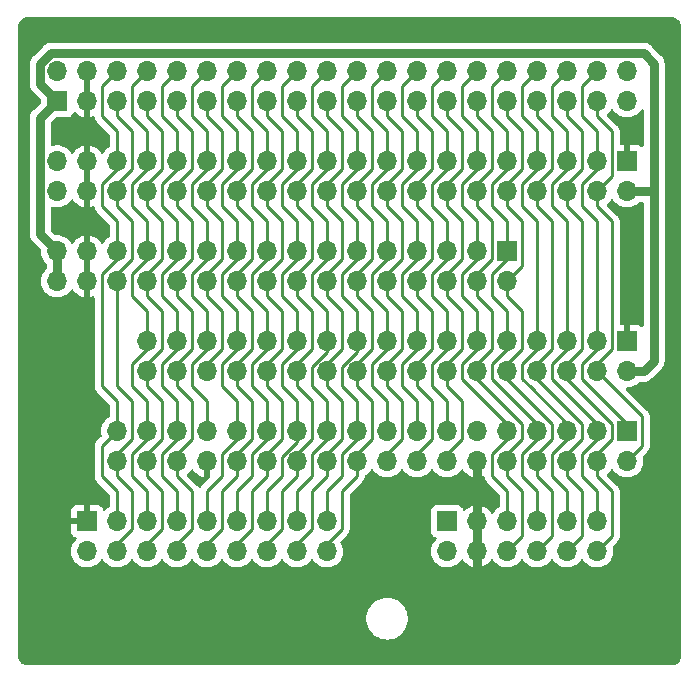
<source format=gbl>
G04 #@! TF.GenerationSoftware,KiCad,Pcbnew,6.0.9-8da3e8f707~116~ubuntu20.04.1*
G04 #@! TF.CreationDate,2022-12-14T15:49:57+01:00*
G04 #@! TF.ProjectId,z_adaptor,7a5f6164-6170-4746-9f72-2e6b69636164,rev?*
G04 #@! TF.SameCoordinates,Original*
G04 #@! TF.FileFunction,Copper,L2,Bot*
G04 #@! TF.FilePolarity,Positive*
%FSLAX46Y46*%
G04 Gerber Fmt 4.6, Leading zero omitted, Abs format (unit mm)*
G04 Created by KiCad (PCBNEW 6.0.9-8da3e8f707~116~ubuntu20.04.1) date 2022-12-14 15:49:57*
%MOMM*%
%LPD*%
G01*
G04 APERTURE LIST*
G04 #@! TA.AperFunction,ComponentPad*
%ADD10R,1.700000X1.700000*%
G04 #@! TD*
G04 #@! TA.AperFunction,ComponentPad*
%ADD11O,1.700000X1.700000*%
G04 #@! TD*
G04 #@! TA.AperFunction,Conductor*
%ADD12C,0.750000*%
G04 #@! TD*
G04 #@! TA.AperFunction,Conductor*
%ADD13C,0.250000*%
G04 #@! TD*
G04 APERTURE END LIST*
D10*
X162560000Y-73660000D03*
D11*
X162560000Y-76200000D03*
X160020000Y-73660000D03*
X160020000Y-76200000D03*
X157480000Y-73660000D03*
X157480000Y-76200000D03*
X154940000Y-73660000D03*
X154940000Y-76200000D03*
X152400000Y-73660000D03*
X152400000Y-76200000D03*
X149860000Y-73660000D03*
X149860000Y-76200000D03*
X147320000Y-73660000D03*
X147320000Y-76200000D03*
X144780000Y-73660000D03*
X144780000Y-76200000D03*
X142240000Y-73660000D03*
X142240000Y-76200000D03*
X139700000Y-73660000D03*
X139700000Y-76200000D03*
X137160000Y-73660000D03*
X137160000Y-76200000D03*
X134620000Y-73660000D03*
X134620000Y-76200000D03*
X132080000Y-73660000D03*
X132080000Y-76200000D03*
X129540000Y-73660000D03*
X129540000Y-76200000D03*
X127000000Y-73660000D03*
X127000000Y-76200000D03*
X124460000Y-73660000D03*
X124460000Y-76200000D03*
X121920000Y-73660000D03*
X121920000Y-76200000D03*
X119380000Y-73660000D03*
X119380000Y-76200000D03*
D10*
X162560000Y-50800000D03*
D11*
X162560000Y-53340000D03*
X160020000Y-50800000D03*
X160020000Y-53340000D03*
X157480000Y-50800000D03*
X157480000Y-53340000D03*
X154940000Y-50800000D03*
X154940000Y-53340000D03*
X152400000Y-50800000D03*
X152400000Y-53340000D03*
X149860000Y-50800000D03*
X149860000Y-53340000D03*
X147320000Y-50800000D03*
X147320000Y-53340000D03*
X144780000Y-50800000D03*
X144780000Y-53340000D03*
X142240000Y-50800000D03*
X142240000Y-53340000D03*
X139700000Y-50800000D03*
X139700000Y-53340000D03*
X137160000Y-50800000D03*
X137160000Y-53340000D03*
X134620000Y-50800000D03*
X134620000Y-53340000D03*
X132080000Y-50800000D03*
X132080000Y-53340000D03*
X129540000Y-50800000D03*
X129540000Y-53340000D03*
X127000000Y-50800000D03*
X127000000Y-53340000D03*
X124460000Y-50800000D03*
X124460000Y-53340000D03*
X121920000Y-50800000D03*
X121920000Y-53340000D03*
X119380000Y-50800000D03*
X119380000Y-53340000D03*
X116840000Y-50800000D03*
X116840000Y-53340000D03*
X114300000Y-50800000D03*
X114300000Y-53340000D03*
D10*
X147320000Y-81280000D03*
D11*
X147320000Y-83820000D03*
X149860000Y-81280000D03*
X149860000Y-83820000D03*
X152400000Y-81280000D03*
X152400000Y-83820000D03*
X154940000Y-81280000D03*
X154940000Y-83820000D03*
X157480000Y-81280000D03*
X157480000Y-83820000D03*
X160020000Y-81280000D03*
X160020000Y-83820000D03*
D10*
X116840000Y-81280000D03*
D11*
X116840000Y-83820000D03*
X119380000Y-81280000D03*
X119380000Y-83820000D03*
X121920000Y-81280000D03*
X121920000Y-83820000D03*
X124460000Y-81280000D03*
X124460000Y-83820000D03*
X127000000Y-81280000D03*
X127000000Y-83820000D03*
X129540000Y-81280000D03*
X129540000Y-83820000D03*
X132080000Y-81280000D03*
X132080000Y-83820000D03*
X134620000Y-81280000D03*
X134620000Y-83820000D03*
X137160000Y-81280000D03*
X137160000Y-83820000D03*
D10*
X162560000Y-66040000D03*
D11*
X162560000Y-68580000D03*
X160020000Y-66040000D03*
X160020000Y-68580000D03*
X157480000Y-66040000D03*
X157480000Y-68580000D03*
X154940000Y-66040000D03*
X154940000Y-68580000D03*
X152400000Y-66040000D03*
X152400000Y-68580000D03*
X149860000Y-66040000D03*
X149860000Y-68580000D03*
X147320000Y-66040000D03*
X147320000Y-68580000D03*
X144780000Y-66040000D03*
X144780000Y-68580000D03*
X142240000Y-66040000D03*
X142240000Y-68580000D03*
X139700000Y-66040000D03*
X139700000Y-68580000D03*
X137160000Y-66040000D03*
X137160000Y-68580000D03*
X134620000Y-66040000D03*
X134620000Y-68580000D03*
X132080000Y-66040000D03*
X132080000Y-68580000D03*
X129540000Y-66040000D03*
X129540000Y-68580000D03*
X127000000Y-66040000D03*
X127000000Y-68580000D03*
X124460000Y-66040000D03*
X124460000Y-68580000D03*
X121920000Y-66040000D03*
X121920000Y-68580000D03*
D10*
X152400000Y-58420000D03*
D11*
X152400000Y-60960000D03*
X149860000Y-58420000D03*
X149860000Y-60960000D03*
X147320000Y-58420000D03*
X147320000Y-60960000D03*
X144780000Y-58420000D03*
X144780000Y-60960000D03*
X142240000Y-58420000D03*
X142240000Y-60960000D03*
X139700000Y-58420000D03*
X139700000Y-60960000D03*
X137160000Y-58420000D03*
X137160000Y-60960000D03*
X134620000Y-58420000D03*
X134620000Y-60960000D03*
X132080000Y-58420000D03*
X132080000Y-60960000D03*
X129540000Y-58420000D03*
X129540000Y-60960000D03*
X127000000Y-58420000D03*
X127000000Y-60960000D03*
X124460000Y-58420000D03*
X124460000Y-60960000D03*
X121920000Y-58420000D03*
X121920000Y-60960000D03*
X119380000Y-58420000D03*
X119380000Y-60960000D03*
X116840000Y-58420000D03*
X116840000Y-60960000D03*
X114300000Y-58420000D03*
X114300000Y-60960000D03*
D10*
X114300000Y-45720000D03*
D11*
X114300000Y-43180000D03*
X116840000Y-45720000D03*
X116840000Y-43180000D03*
X119380000Y-45720000D03*
X119380000Y-43180000D03*
X121920000Y-45720000D03*
X121920000Y-43180000D03*
X124460000Y-45720000D03*
X124460000Y-43180000D03*
X127000000Y-45720000D03*
X127000000Y-43180000D03*
X129540000Y-45720000D03*
X129540000Y-43180000D03*
X132080000Y-45720000D03*
X132080000Y-43180000D03*
X134620000Y-45720000D03*
X134620000Y-43180000D03*
X137160000Y-45720000D03*
X137160000Y-43180000D03*
X139700000Y-45720000D03*
X139700000Y-43180000D03*
X142240000Y-45720000D03*
X142240000Y-43180000D03*
X144780000Y-45720000D03*
X144780000Y-43180000D03*
X147320000Y-45720000D03*
X147320000Y-43180000D03*
X149860000Y-45720000D03*
X149860000Y-43180000D03*
X152400000Y-45720000D03*
X152400000Y-43180000D03*
X154940000Y-45720000D03*
X154940000Y-43180000D03*
X157480000Y-45720000D03*
X157480000Y-43180000D03*
X160020000Y-45720000D03*
X160020000Y-43180000D03*
X162560000Y-45720000D03*
X162560000Y-43180000D03*
D12*
X164846000Y-67691000D02*
X164846000Y-53340000D01*
X114300000Y-45720000D02*
X112875000Y-47145000D01*
X114300000Y-45720000D02*
X112875000Y-44295000D01*
X113808745Y-41656000D02*
X163963000Y-41656000D01*
X162560000Y-68580000D02*
X163957000Y-68580000D01*
X163957000Y-68580000D02*
X164846000Y-67691000D01*
X112875000Y-47145000D02*
X112875000Y-56995000D01*
X112875000Y-56995000D02*
X114300000Y-58420000D01*
X112875000Y-42589745D02*
X113808745Y-41656000D01*
X163963000Y-41656000D02*
X164846000Y-42539000D01*
X164846000Y-42539000D02*
X164846000Y-53340000D01*
X112875000Y-44295000D02*
X112875000Y-42589745D01*
X164846000Y-53340000D02*
X162560000Y-53340000D01*
X114300000Y-58420000D02*
X114300000Y-60960000D01*
X149860000Y-81280000D02*
X149860000Y-83820000D01*
X149860000Y-83820000D02*
X149860000Y-86360000D01*
X149860000Y-76200000D02*
X149860000Y-81280000D01*
D13*
X119380000Y-76200000D02*
X119380000Y-77470000D01*
X120650000Y-81915000D02*
X119380000Y-83185000D01*
X119380000Y-46990000D02*
X119380000Y-45720000D01*
X119380000Y-60325000D02*
X120650000Y-59055000D01*
X120650000Y-78740000D02*
X120650000Y-81915000D01*
X120650000Y-55880000D02*
X120650000Y-59055000D01*
X120650000Y-48260000D02*
X119380000Y-46990000D01*
X119380000Y-76200000D02*
X119380000Y-75565000D01*
X119380000Y-54610000D02*
X120650000Y-55880000D01*
X119380000Y-69850000D02*
X119380000Y-60960000D01*
X120650000Y-74295000D02*
X120650000Y-71120000D01*
X119380000Y-52705000D02*
X120650000Y-51435000D01*
X119380000Y-83185000D02*
X119380000Y-83820000D01*
X119380000Y-60960000D02*
X119380000Y-60325000D01*
X120650000Y-51435000D02*
X120650000Y-48260000D01*
X119380000Y-75565000D02*
X120650000Y-74295000D01*
X119380000Y-77470000D02*
X120650000Y-78740000D01*
X119380000Y-53340000D02*
X119380000Y-52705000D01*
X119380000Y-53340000D02*
X119380000Y-54610000D01*
X120650000Y-71120000D02*
X119380000Y-69850000D01*
X119380000Y-55880000D02*
X119380000Y-58420000D01*
X119380000Y-51435000D02*
X118110000Y-52705000D01*
X119380000Y-73660000D02*
X119380000Y-71120000D01*
X119380000Y-71120000D02*
X118110000Y-69850000D01*
X119380000Y-59055000D02*
X119380000Y-58420000D01*
X119380000Y-78740000D02*
X118110000Y-77470000D01*
X118110000Y-46990000D02*
X119380000Y-48260000D01*
X119380000Y-50800000D02*
X119380000Y-51435000D01*
X119380000Y-43180000D02*
X118110000Y-44450000D01*
X118110000Y-44450000D02*
X118110000Y-46990000D01*
X118110000Y-54610000D02*
X119380000Y-55880000D01*
X118110000Y-52705000D02*
X118110000Y-54610000D01*
X119380000Y-81280000D02*
X119380000Y-78740000D01*
X119380000Y-48260000D02*
X119380000Y-50800000D01*
X118110000Y-69850000D02*
X118110000Y-60325000D01*
X118110000Y-74930000D02*
X119380000Y-73660000D01*
X118110000Y-77470000D02*
X118110000Y-74930000D01*
X118110000Y-60325000D02*
X119380000Y-59055000D01*
X121920000Y-53340000D02*
X121920000Y-52705000D01*
X121920000Y-76200000D02*
X121920000Y-77470000D01*
X123190000Y-51435000D02*
X123190000Y-48260000D01*
X121920000Y-52705000D02*
X123190000Y-51435000D01*
X121920000Y-46990000D02*
X121920000Y-45720000D01*
X123190000Y-55880000D02*
X123190000Y-59055000D01*
X121920000Y-60960000D02*
X121920000Y-62230000D01*
X121920000Y-54610000D02*
X123190000Y-55880000D01*
X121920000Y-67945000D02*
X121920000Y-68580000D01*
X123190000Y-74295000D02*
X123190000Y-71120000D01*
X123190000Y-63500000D02*
X123190000Y-66675000D01*
X121920000Y-76200000D02*
X121920000Y-75565000D01*
X123190000Y-48260000D02*
X121920000Y-46990000D01*
X121920000Y-75565000D02*
X123190000Y-74295000D01*
X123190000Y-81915000D02*
X121920000Y-83185000D01*
X121920000Y-60325000D02*
X121920000Y-60960000D01*
X121920000Y-83185000D02*
X121920000Y-83820000D01*
X123190000Y-78740000D02*
X123190000Y-81915000D01*
X121920000Y-53340000D02*
X121920000Y-54610000D01*
X121920000Y-62230000D02*
X123190000Y-63500000D01*
X121920000Y-77470000D02*
X123190000Y-78740000D01*
X121920000Y-69850000D02*
X121920000Y-68580000D01*
X123190000Y-66675000D02*
X121920000Y-67945000D01*
X123190000Y-59055000D02*
X121920000Y-60325000D01*
X123190000Y-71120000D02*
X121920000Y-69850000D01*
X120650000Y-54610000D02*
X121920000Y-55880000D01*
X120650000Y-60325000D02*
X120650000Y-62230000D01*
X120650000Y-69850000D02*
X121920000Y-71120000D01*
X121920000Y-73660000D02*
X121920000Y-74295000D01*
X121920000Y-50800000D02*
X121920000Y-51436396D01*
X121920000Y-58420000D02*
X121920000Y-59055000D01*
X121920000Y-63500000D02*
X121920000Y-66040000D01*
X121920000Y-71120000D02*
X121920000Y-73660000D01*
X121920000Y-66040000D02*
X121920000Y-66675000D01*
X120650000Y-46990000D02*
X120650000Y-44450000D01*
X120650000Y-67945000D02*
X120650000Y-69850000D01*
X120650000Y-44450000D02*
X121920000Y-43180000D01*
X121920000Y-74295000D02*
X120650000Y-75565000D01*
X121920000Y-59055000D02*
X120650000Y-60325000D01*
X121920000Y-66675000D02*
X120650000Y-67945000D01*
X121920000Y-48260000D02*
X120650000Y-46990000D01*
X120650000Y-77470000D02*
X121920000Y-78740000D01*
X120650000Y-52706396D02*
X120650000Y-54610000D01*
X121920000Y-55880000D02*
X121920000Y-58420000D01*
X120650000Y-62230000D02*
X121920000Y-63500000D01*
X121920000Y-51436396D02*
X120650000Y-52706396D01*
X121920000Y-50800000D02*
X121920000Y-48260000D01*
X121920000Y-78740000D02*
X121920000Y-81280000D01*
X120650000Y-75565000D02*
X120650000Y-77470000D01*
X124460000Y-46990000D02*
X124460000Y-45720000D01*
X124460000Y-54610000D02*
X125730000Y-55880000D01*
X125730000Y-48260000D02*
X124460000Y-46990000D01*
X125730000Y-74295000D02*
X124460000Y-75565000D01*
X124460000Y-77470000D02*
X125730000Y-78740000D01*
X124460000Y-53340000D02*
X124460000Y-52705000D01*
X124460000Y-68580000D02*
X124460000Y-69850000D01*
X125730000Y-71120000D02*
X125730000Y-74295000D01*
X124460000Y-52705000D02*
X125730000Y-51435000D01*
X125730000Y-51435000D02*
X125730000Y-48260000D01*
X124460000Y-53340000D02*
X124460000Y-54610000D01*
X125730000Y-78740000D02*
X125730000Y-81915000D01*
X124460000Y-60960000D02*
X124460000Y-62230000D01*
X125730000Y-59055000D02*
X124460000Y-60325000D01*
X125730000Y-66675000D02*
X124460000Y-67945000D01*
X124460000Y-67945000D02*
X124460000Y-68580000D01*
X124460000Y-69850000D02*
X125730000Y-71120000D01*
X124460000Y-62230000D02*
X125730000Y-63500000D01*
X124460000Y-60325000D02*
X124460000Y-60960000D01*
X124460000Y-75565000D02*
X124460000Y-76200000D01*
X125730000Y-55880000D02*
X125730000Y-59055000D01*
X125730000Y-81915000D02*
X124460000Y-83185000D01*
X124460000Y-76200000D02*
X124460000Y-77470000D01*
X125730000Y-63500000D02*
X125730000Y-66675000D01*
X124460000Y-83185000D02*
X124460000Y-83820000D01*
X124460000Y-58420000D02*
X124460000Y-59055000D01*
X124460000Y-59055000D02*
X123190000Y-60325000D01*
X124460000Y-73660000D02*
X124460000Y-74295000D01*
X124460000Y-66675000D02*
X123190000Y-67945000D01*
X124460000Y-63500000D02*
X124460000Y-66040000D01*
X123190000Y-62230000D02*
X124460000Y-63500000D01*
X123190000Y-69850000D02*
X124460000Y-71120000D01*
X123190000Y-67945000D02*
X123190000Y-69850000D01*
X124460000Y-51436396D02*
X123190000Y-52706396D01*
X124460000Y-71120000D02*
X124460000Y-73660000D01*
X123190000Y-46990000D02*
X124460000Y-48260000D01*
X123190000Y-52706396D02*
X123190000Y-54610000D01*
X124460000Y-50800000D02*
X124460000Y-51436396D01*
X124460000Y-55880000D02*
X124460000Y-58420000D01*
X124460000Y-78740000D02*
X124460000Y-81280000D01*
X124460000Y-66040000D02*
X124460000Y-66675000D01*
X124460000Y-43180000D02*
X123190000Y-44450000D01*
X123190000Y-77470000D02*
X124460000Y-78740000D01*
X123190000Y-60325000D02*
X123190000Y-62230000D01*
X123190000Y-44450000D02*
X123190000Y-46990000D01*
X123190000Y-75565000D02*
X123190000Y-77470000D01*
X124460000Y-74295000D02*
X123190000Y-75565000D01*
X123190000Y-54610000D02*
X124460000Y-55880000D01*
X124460000Y-48260000D02*
X124460000Y-50800000D01*
X128270000Y-48260000D02*
X128270000Y-51435000D01*
X127000000Y-46990000D02*
X128270000Y-48260000D01*
X128270000Y-59055000D02*
X127000000Y-60325000D01*
X127000000Y-52705000D02*
X128270000Y-51435000D01*
X128270000Y-55880000D02*
X128270000Y-59055000D01*
X127000000Y-54610000D02*
X128270000Y-55880000D01*
X127000000Y-53340000D02*
X127000000Y-52705000D01*
X127000000Y-60325000D02*
X127000000Y-60960000D01*
X127000000Y-62230000D02*
X128270000Y-63500000D01*
X127000000Y-60960000D02*
X127000000Y-62230000D01*
X127000000Y-45720000D02*
X127000000Y-46990000D01*
X128270000Y-66675000D02*
X127000000Y-67945000D01*
X127000000Y-67945000D02*
X127000000Y-68580000D01*
X127000000Y-53340000D02*
X127000000Y-54610000D01*
X128270000Y-63500000D02*
X128270000Y-66675000D01*
X127000000Y-71120000D02*
X127000000Y-73660000D01*
X127000000Y-48260000D02*
X127000000Y-50800000D01*
X127000000Y-59055000D02*
X125730000Y-60325000D01*
X127000000Y-66040000D02*
X127000000Y-66675000D01*
X125730000Y-69850000D02*
X127000000Y-71120000D01*
X125730000Y-46990000D02*
X127000000Y-48260000D01*
X127000000Y-43180000D02*
X125730000Y-44450000D01*
X127000000Y-50800000D02*
X127000000Y-51435000D01*
X127000000Y-66675000D02*
X125730000Y-67945000D01*
X127000000Y-55880000D02*
X127000000Y-58420000D01*
X127000000Y-58420000D02*
X127000000Y-59055000D01*
X127000000Y-51435000D02*
X125730000Y-52705000D01*
X125730000Y-67945000D02*
X125730000Y-69850000D01*
X125730000Y-54610000D02*
X127000000Y-55880000D01*
X125730000Y-60325000D02*
X125730000Y-62230000D01*
X125730000Y-52705000D02*
X125730000Y-54610000D01*
X127000000Y-63500000D02*
X127000000Y-66040000D01*
X125730000Y-44450000D02*
X125730000Y-46990000D01*
X125730000Y-62230000D02*
X127000000Y-63500000D01*
X130810000Y-63500000D02*
X130810000Y-66675000D01*
X129540000Y-67945000D02*
X129540000Y-68580000D01*
X130810000Y-48260000D02*
X130810000Y-51435000D01*
X129540000Y-77470698D02*
X128270000Y-78740698D01*
X129540000Y-69850000D02*
X129540000Y-68580000D01*
X130810000Y-74295000D02*
X130810000Y-71120000D01*
X128270000Y-81915000D02*
X127000000Y-83185000D01*
X127000000Y-83185000D02*
X127000000Y-83820000D01*
X129540000Y-46990000D02*
X130810000Y-48260000D01*
X130810000Y-59055000D02*
X129540000Y-60325000D01*
X129540000Y-54610000D02*
X130810000Y-55880000D01*
X129540000Y-76200000D02*
X129540000Y-77470698D01*
X129540000Y-45720000D02*
X129540000Y-46990000D01*
X130810000Y-71120000D02*
X129540000Y-69850000D01*
X129540000Y-60960000D02*
X129540000Y-62230000D01*
X129540000Y-53340000D02*
X129540000Y-54610000D01*
X128270000Y-78740698D02*
X128270000Y-81915000D01*
X129540000Y-60325000D02*
X129540000Y-60960000D01*
X129540000Y-52705000D02*
X130810000Y-51435000D01*
X130810000Y-55880000D02*
X130810000Y-59055000D01*
X129540000Y-76200000D02*
X129540000Y-75565000D01*
X129540000Y-75565000D02*
X130810000Y-74295000D01*
X129540000Y-53340000D02*
X129540000Y-52705000D01*
X130810000Y-66675000D02*
X129540000Y-67945000D01*
X129540000Y-62230000D02*
X130810000Y-63500000D01*
X129540000Y-66675000D02*
X128270000Y-67945000D01*
X128270000Y-44450000D02*
X129540000Y-43180000D01*
X129540000Y-48260000D02*
X128270000Y-46990000D01*
X127000000Y-81280000D02*
X127000000Y-78740000D01*
X129540000Y-50800000D02*
X129540000Y-48260000D01*
X129540000Y-50800000D02*
X129540000Y-51435000D01*
X129540000Y-59055000D02*
X128270000Y-60325000D01*
X128270000Y-75565000D02*
X129540000Y-74295000D01*
X129540000Y-55880000D02*
X129540000Y-58420000D01*
X128270000Y-52705000D02*
X128270000Y-54610000D01*
X129540000Y-58420000D02*
X129540000Y-59055000D01*
X128270000Y-46990000D02*
X128270000Y-44450000D01*
X128270000Y-60325000D02*
X128270000Y-62230000D01*
X128270000Y-77470000D02*
X128270000Y-75565000D01*
X129540000Y-66040000D02*
X129540000Y-66675000D01*
X129540000Y-71120000D02*
X129540000Y-73660000D01*
X129540000Y-51435000D02*
X128270000Y-52705000D01*
X127000000Y-78740000D02*
X128270000Y-77470000D01*
X128270000Y-54610000D02*
X129540000Y-55880000D01*
X128270000Y-62230000D02*
X129540000Y-63500000D01*
X129540000Y-63500000D02*
X129540000Y-66040000D01*
X128270000Y-69850000D02*
X129540000Y-71120000D01*
X128270000Y-67945000D02*
X128270000Y-69850000D01*
X129540000Y-74295000D02*
X129540000Y-73660000D01*
X132080000Y-53340000D02*
X132080000Y-54610000D01*
X132080000Y-52705000D02*
X133350000Y-51435000D01*
X132080000Y-62230000D02*
X133350000Y-63500000D01*
X130810000Y-81915000D02*
X130810000Y-78740000D01*
X132080000Y-53340000D02*
X132080000Y-52705000D01*
X129540000Y-83185000D02*
X130810000Y-81915000D01*
X133350000Y-63500000D02*
X133350000Y-66675000D01*
X132080000Y-69850000D02*
X132080000Y-68580000D01*
X132080000Y-46990000D02*
X132080000Y-45720000D01*
X133350000Y-51435000D02*
X133350000Y-48260000D01*
X132080000Y-60960000D02*
X132080000Y-62230000D01*
X133350000Y-66675000D02*
X132080000Y-67945000D01*
X132080000Y-54610000D02*
X133350000Y-55880000D01*
X129540000Y-83820000D02*
X129540000Y-83185000D01*
X132080000Y-60325000D02*
X132080000Y-60960000D01*
X132080000Y-76200000D02*
X132080000Y-75565000D01*
X132080000Y-77470000D02*
X132080000Y-76200000D01*
X133350000Y-59055000D02*
X132080000Y-60325000D01*
X133350000Y-48260000D02*
X132080000Y-46990000D01*
X132080000Y-67945000D02*
X132080000Y-68580000D01*
X130810000Y-78740000D02*
X132080000Y-77470000D01*
X133350000Y-55880000D02*
X133350000Y-59055000D01*
X132080000Y-75565000D02*
X133350000Y-74295000D01*
X133350000Y-71120000D02*
X132080000Y-69850000D01*
X133350000Y-74295000D02*
X133350000Y-71120000D01*
X130810000Y-69850000D02*
X132080000Y-71120000D01*
X130810000Y-67945000D02*
X130810000Y-69850000D01*
X132080000Y-66675000D02*
X130810000Y-67945000D01*
X130810000Y-75565000D02*
X130810000Y-77470000D01*
X132080000Y-73660000D02*
X132080000Y-74295000D01*
X132080000Y-58420000D02*
X132080000Y-59055000D01*
X132080000Y-71120000D02*
X132080000Y-73660000D01*
X132080000Y-55880000D02*
X132080000Y-58420000D01*
X130810000Y-62230000D02*
X132080000Y-63500000D01*
X132080000Y-50800000D02*
X132080000Y-51435000D01*
X130810000Y-60325000D02*
X130810000Y-62230000D01*
X132080000Y-51435000D02*
X130810000Y-52705000D01*
X132080000Y-63500000D02*
X132080000Y-66040000D01*
X130810000Y-52705000D02*
X130810000Y-54610000D01*
X130810000Y-77470000D02*
X129540000Y-78740000D01*
X132080000Y-43180000D02*
X130810000Y-44450000D01*
X130810000Y-46990000D02*
X132080000Y-48260000D01*
X132080000Y-74295000D02*
X130810000Y-75565000D01*
X129540000Y-78740000D02*
X129540000Y-81280000D01*
X132080000Y-59055000D02*
X130810000Y-60325000D01*
X130810000Y-44450000D02*
X130810000Y-46990000D01*
X130810000Y-54610000D02*
X132080000Y-55880000D01*
X132080000Y-48260000D02*
X132080000Y-50800000D01*
X132080000Y-66040000D02*
X132080000Y-66675000D01*
X134620000Y-75565000D02*
X134620000Y-76200000D01*
X135890000Y-63500000D02*
X135890000Y-66675000D01*
X135890000Y-48260000D02*
X134620000Y-46990000D01*
X134620000Y-52705000D02*
X135890000Y-51435000D01*
X135890000Y-59055000D02*
X134620000Y-60325000D01*
X134620000Y-67945000D02*
X134620000Y-68580000D01*
X132080000Y-83185000D02*
X133350000Y-81915000D01*
X134620000Y-69850000D02*
X135890000Y-71120000D01*
X133350000Y-78740000D02*
X134620000Y-77470000D01*
X135890000Y-71120000D02*
X135890000Y-74295000D01*
X135890000Y-74295000D02*
X134620000Y-75565000D01*
X134620000Y-60960000D02*
X134620000Y-62230000D01*
X134620000Y-46990000D02*
X134620000Y-45720000D01*
X135890000Y-66675000D02*
X134620000Y-67945000D01*
X134620000Y-60325000D02*
X134620000Y-60960000D01*
X134620000Y-68580000D02*
X134620000Y-69850000D01*
X134620000Y-53340000D02*
X134620000Y-54610000D01*
X133350000Y-81915000D02*
X133350000Y-78740000D01*
X134620000Y-54610000D02*
X135890000Y-55880000D01*
X135890000Y-55880000D02*
X135890000Y-59055000D01*
X132080000Y-83820000D02*
X132080000Y-83185000D01*
X134620000Y-77470000D02*
X134620000Y-76200000D01*
X135890000Y-51435000D02*
X135890000Y-48260000D01*
X134620000Y-53340000D02*
X134620000Y-52705000D01*
X134620000Y-62230000D02*
X135890000Y-63500000D01*
X134620000Y-74538299D02*
X134620000Y-73660000D01*
X134620000Y-66675000D02*
X133350000Y-67945000D01*
X134620000Y-50800000D02*
X134620000Y-51435000D01*
X134620000Y-43180000D02*
X133350000Y-44450000D01*
X134620000Y-55880000D02*
X134620000Y-58420000D01*
X133350000Y-46990000D02*
X134620000Y-48260000D01*
X133350000Y-67945000D02*
X133350000Y-69850000D01*
X134620000Y-48260000D02*
X134620000Y-50800000D01*
X133350000Y-44450000D02*
X133350000Y-46990000D01*
X132080000Y-81280000D02*
X132080000Y-78740000D01*
X133350000Y-75808299D02*
X134620000Y-74538299D01*
X133350000Y-52705000D02*
X133350000Y-54610000D01*
X133350000Y-62230000D02*
X134620000Y-63500000D01*
X134620000Y-59055000D02*
X133350000Y-60325000D01*
X134620000Y-51435000D02*
X133350000Y-52705000D01*
X133350000Y-77470000D02*
X133350000Y-75808299D01*
X133350000Y-69850000D02*
X134620000Y-71120000D01*
X134620000Y-63500000D02*
X134620000Y-66040000D01*
X134620000Y-66040000D02*
X134620000Y-66675000D01*
X133350000Y-60325000D02*
X133350000Y-62230000D01*
X134620000Y-71120000D02*
X134620000Y-73660000D01*
X134620000Y-58420000D02*
X134620000Y-59055000D01*
X133350000Y-54610000D02*
X134620000Y-55880000D01*
X132080000Y-78740000D02*
X133350000Y-77470000D01*
X138430000Y-55880000D02*
X138430000Y-59055000D01*
X137160000Y-54610000D02*
X138430000Y-55880000D01*
X135890000Y-78740000D02*
X137160000Y-77470000D01*
X138430000Y-74295000D02*
X137160000Y-75565000D01*
X138430000Y-51435000D02*
X138430000Y-48260000D01*
X137160000Y-46990000D02*
X137160000Y-45720000D01*
X137160000Y-67945000D02*
X137160000Y-68580000D01*
X137160000Y-53340000D02*
X137160000Y-52705000D01*
X137160000Y-52705000D02*
X138430000Y-51435000D01*
X138430000Y-59055000D02*
X137160000Y-60325000D01*
X138430000Y-66675000D02*
X137160000Y-67945000D01*
X137160000Y-77470000D02*
X137160000Y-76200000D01*
X137160000Y-69850000D02*
X138430000Y-71120000D01*
X138430000Y-63500000D02*
X138430000Y-66675000D01*
X134620000Y-83820000D02*
X134620000Y-83185000D01*
X137160000Y-75565000D02*
X137160000Y-76200000D01*
X134620000Y-83185000D02*
X135890000Y-81915000D01*
X138430000Y-48260000D02*
X137160000Y-46990000D01*
X137160000Y-68580000D02*
X137160000Y-69850000D01*
X138430000Y-71120000D02*
X138430000Y-74295000D01*
X135890000Y-81915000D02*
X135890000Y-78740000D01*
X137160000Y-60960000D02*
X137160000Y-62230000D01*
X137160000Y-53340000D02*
X137160000Y-54610000D01*
X137160000Y-62230000D02*
X138430000Y-63500000D01*
X137160000Y-55880000D02*
X137160000Y-58420000D01*
X135890000Y-77470000D02*
X135890000Y-75565000D01*
X137160000Y-63500000D02*
X137160000Y-66040000D01*
X137160000Y-66918299D02*
X135890000Y-68188299D01*
X135890000Y-68188299D02*
X135890000Y-69850000D01*
X137160000Y-43180000D02*
X135890000Y-44450000D01*
X137160000Y-59055000D02*
X135890000Y-60325000D01*
X137160000Y-48260000D02*
X137160000Y-50800000D01*
X135890000Y-46990000D02*
X137160000Y-48260000D01*
X135890000Y-44450000D02*
X135890000Y-46990000D01*
X137160000Y-58420000D02*
X137160000Y-59055000D01*
X135890000Y-75565000D02*
X137160000Y-74295000D01*
X135890000Y-62230000D02*
X137160000Y-63500000D01*
X134620000Y-78740000D02*
X135890000Y-77470000D01*
X135890000Y-60325000D02*
X135890000Y-62230000D01*
X137160000Y-74295000D02*
X137160000Y-73660000D01*
X137160000Y-66040000D02*
X137160000Y-66918299D01*
X135890000Y-54610000D02*
X137160000Y-55880000D01*
X137160000Y-51435000D02*
X135890000Y-52705000D01*
X137160000Y-50800000D02*
X137160000Y-51435000D01*
X135890000Y-69850000D02*
X137160000Y-71120000D01*
X135890000Y-52705000D02*
X135890000Y-54610000D01*
X134620000Y-81280000D02*
X134620000Y-78740000D01*
X137160000Y-71120000D02*
X137160000Y-73660000D01*
X140970000Y-48260000D02*
X139700000Y-46990000D01*
X140970000Y-74295000D02*
X139700000Y-75565000D01*
X139700000Y-60960000D02*
X139700000Y-62230000D01*
X140970000Y-66675000D02*
X139700000Y-67945000D01*
X140970000Y-55880000D02*
X140970000Y-59055000D01*
X140970000Y-63500000D02*
X140970000Y-66675000D01*
X139700000Y-69850000D02*
X140970000Y-71120000D01*
X139700000Y-53340000D02*
X139700000Y-54610000D01*
X140970000Y-59055000D02*
X139700000Y-60325000D01*
X138430000Y-78740000D02*
X139700000Y-77470000D01*
X139700000Y-75565000D02*
X139700000Y-76200000D01*
X139700000Y-77470000D02*
X139700000Y-76200000D01*
X138430000Y-81915000D02*
X138430000Y-78740000D01*
X139700000Y-67945000D02*
X139700000Y-68580000D01*
X139700000Y-46990000D02*
X139700000Y-45720000D01*
X139700000Y-62230000D02*
X140970000Y-63500000D01*
X139700000Y-52705000D02*
X140970000Y-51435000D01*
X137160000Y-83820000D02*
X137160000Y-83185000D01*
X139700000Y-53340000D02*
X139700000Y-52705000D01*
X137160000Y-83185000D02*
X138430000Y-81915000D01*
X139700000Y-68580000D02*
X139700000Y-69850000D01*
X139700000Y-54610000D02*
X140970000Y-55880000D01*
X140970000Y-71120000D02*
X140970000Y-74295000D01*
X140970000Y-51435000D02*
X140970000Y-48260000D01*
X139700000Y-71120000D02*
X139700000Y-73660000D01*
X139700000Y-48260000D02*
X139700000Y-50800000D01*
X139700000Y-66040000D02*
X139700000Y-66918299D01*
X139700000Y-66918299D02*
X138430000Y-68188299D01*
X138430000Y-69850000D02*
X139700000Y-71120000D01*
X138430000Y-54610000D02*
X138430000Y-52705000D01*
X138430000Y-68188299D02*
X138430000Y-69850000D01*
X138430000Y-77470000D02*
X138430000Y-75565000D01*
X139700000Y-43180000D02*
X138430000Y-44450000D01*
X139700000Y-58420000D02*
X139700000Y-55880000D01*
X139700000Y-74295000D02*
X139700000Y-73660000D01*
X138430000Y-62230000D02*
X139700000Y-63500000D01*
X138430000Y-46990000D02*
X139700000Y-48260000D01*
X137160000Y-81280000D02*
X137160000Y-78740000D01*
X139700000Y-58420000D02*
X139700000Y-59055000D01*
X139700000Y-63500000D02*
X139700000Y-66040000D01*
X138430000Y-60325000D02*
X138430000Y-62230000D01*
X139700000Y-59055000D02*
X138430000Y-60325000D01*
X137160000Y-78740000D02*
X138430000Y-77470000D01*
X138430000Y-75565000D02*
X139700000Y-74295000D01*
X139700000Y-55880000D02*
X138430000Y-54610000D01*
X138430000Y-44450000D02*
X138430000Y-46990000D01*
X138430000Y-52705000D02*
X139700000Y-51435000D01*
X142240000Y-67945000D02*
X142240000Y-68580000D01*
X143510000Y-66675000D02*
X142240000Y-67945000D01*
X143510000Y-59055000D02*
X142240000Y-60325000D01*
X142240000Y-46990000D02*
X143510000Y-48260000D01*
X142240000Y-69850000D02*
X143510000Y-71120000D01*
X143510000Y-71120000D02*
X143510000Y-74295000D01*
X142240000Y-62230000D02*
X143510000Y-63500000D01*
X142240000Y-75565000D02*
X142240000Y-76200000D01*
X142240000Y-53340000D02*
X142240000Y-54610000D01*
X142240000Y-45720000D02*
X142240000Y-46990000D01*
X142240000Y-60960000D02*
X142240000Y-62230000D01*
X142240000Y-68580000D02*
X142240000Y-69850000D01*
X143510000Y-48260000D02*
X143510000Y-51435000D01*
X143510000Y-63500000D02*
X143510000Y-66675000D01*
X143510000Y-55880000D02*
X143510000Y-59055000D01*
X142240000Y-60325000D02*
X142240000Y-60960000D01*
X142240000Y-54610000D02*
X143510000Y-55880000D01*
X142240000Y-52705000D02*
X143510000Y-51435000D01*
X143510000Y-74295000D02*
X142240000Y-75565000D01*
X142240000Y-53340000D02*
X142240000Y-52705000D01*
X140970000Y-69850000D02*
X142240000Y-71120000D01*
X140970000Y-54610000D02*
X140970000Y-52705000D01*
X140970000Y-46990000D02*
X142240000Y-48260000D01*
X142240000Y-55880000D02*
X140970000Y-54610000D01*
X142240000Y-63500000D02*
X142240000Y-66040000D01*
X142240000Y-66675000D02*
X140970000Y-67945000D01*
X142240000Y-66040000D02*
X142240000Y-66675000D01*
X142240000Y-59055000D02*
X140970000Y-60325000D01*
X142240000Y-58420000D02*
X142240000Y-59055000D01*
X140970000Y-62230000D02*
X142240000Y-63500000D01*
X142240000Y-51435000D02*
X142240000Y-50800000D01*
X140970000Y-60325000D02*
X140970000Y-62230000D01*
X142240000Y-48260000D02*
X142240000Y-50800000D01*
X142240000Y-71120000D02*
X142240000Y-73660000D01*
X142240000Y-43180000D02*
X140970000Y-44450000D01*
X140970000Y-67945000D02*
X140970000Y-69850000D01*
X140970000Y-44450000D02*
X140970000Y-46990000D01*
X140970000Y-52705000D02*
X142240000Y-51435000D01*
X142240000Y-58420000D02*
X142240000Y-55880000D01*
X144780000Y-67945000D02*
X144780000Y-68580000D01*
X144780000Y-54610000D02*
X144780000Y-53340000D01*
X144780000Y-46990000D02*
X146050000Y-48260000D01*
X146050000Y-63500000D02*
X146050000Y-66675000D01*
X146050000Y-66675000D02*
X144780000Y-67945000D01*
X146050000Y-48260000D02*
X146050000Y-51435000D01*
X146050000Y-71120000D02*
X146050000Y-74295000D01*
X144780000Y-62230000D02*
X146050000Y-63500000D01*
X144780000Y-75565000D02*
X144780000Y-76200000D01*
X144780000Y-45720000D02*
X144780000Y-46990000D01*
X144780000Y-69850000D02*
X146050000Y-71120000D01*
X144780000Y-60325000D02*
X146050000Y-59055000D01*
X144780000Y-53340000D02*
X144780000Y-52705000D01*
X144780000Y-68580000D02*
X144780000Y-69850000D01*
X146050000Y-59055000D02*
X146050000Y-55880000D01*
X144780000Y-60960000D02*
X144780000Y-60325000D01*
X144780000Y-60960000D02*
X144780000Y-62230000D01*
X146050000Y-74295000D02*
X144780000Y-75565000D01*
X146050000Y-55880000D02*
X144780000Y-54610000D01*
X144780000Y-52705000D02*
X146050000Y-51435000D01*
X143510000Y-69850000D02*
X144780000Y-71120000D01*
X144780000Y-58420000D02*
X144780000Y-59055000D01*
X144780000Y-50800000D02*
X144780000Y-51435000D01*
X144780000Y-50800000D02*
X144780000Y-48260000D01*
X143510000Y-60325000D02*
X143510000Y-62230000D01*
X143510000Y-62230000D02*
X144780000Y-63500000D01*
X143510000Y-52705000D02*
X144780000Y-51435000D01*
X144780000Y-66040000D02*
X144780000Y-66675000D01*
X144780000Y-55880000D02*
X143510000Y-54610000D01*
X144780000Y-71120000D02*
X144780000Y-73660000D01*
X143510000Y-44450000D02*
X144780000Y-43180000D01*
X144780000Y-63500000D02*
X144780000Y-66040000D01*
X144780000Y-58420000D02*
X144780000Y-55880000D01*
X144780000Y-59055000D02*
X143510000Y-60325000D01*
X143510000Y-54610000D02*
X143510000Y-52705000D01*
X143510000Y-67945000D02*
X143510000Y-69850000D01*
X144780000Y-48260000D02*
X143510000Y-46990000D01*
X143510000Y-46990000D02*
X143510000Y-44450000D01*
X144780000Y-66675000D02*
X143510000Y-67945000D01*
X147320000Y-45720000D02*
X147320000Y-46990000D01*
X148590000Y-55880000D02*
X147320000Y-54610000D01*
X147320000Y-52705000D02*
X148590000Y-51435000D01*
X148590000Y-48260000D02*
X148590000Y-51435000D01*
X147320000Y-62230000D02*
X148590000Y-63500000D01*
X147320000Y-60960000D02*
X147320000Y-60325000D01*
X147320000Y-67945000D02*
X147320000Y-68580000D01*
X147320000Y-68580000D02*
X147320000Y-69850000D01*
X148590000Y-66675000D02*
X147320000Y-67945000D01*
X147320000Y-75565000D02*
X147320000Y-76200000D01*
X148590000Y-74295000D02*
X147320000Y-75565000D01*
X147320000Y-69850000D02*
X148590000Y-71120000D01*
X148590000Y-71120000D02*
X148590000Y-74295000D01*
X147320000Y-54610000D02*
X147320000Y-53340000D01*
X147320000Y-60325000D02*
X148590000Y-59055000D01*
X147320000Y-53340000D02*
X147320000Y-52705000D01*
X147320000Y-60960000D02*
X147320000Y-62230000D01*
X147320000Y-46990000D02*
X148590000Y-48260000D01*
X148590000Y-63500000D02*
X148590000Y-66675000D01*
X148590000Y-59055000D02*
X148590000Y-55880000D01*
X147320000Y-50800000D02*
X147320000Y-51435000D01*
X147320000Y-50800000D02*
X147320000Y-48260000D01*
X147320000Y-58420000D02*
X147320000Y-59055000D01*
X147320000Y-51435000D02*
X146050000Y-52705000D01*
X146050000Y-44450000D02*
X147320000Y-43180000D01*
X147320000Y-48260000D02*
X146050000Y-46990000D01*
X146050000Y-67945000D02*
X146050000Y-69850000D01*
X146050000Y-54610000D02*
X147320000Y-55880000D01*
X147320000Y-66040000D02*
X147320000Y-66675000D01*
X146050000Y-62230000D02*
X147320000Y-63500000D01*
X147320000Y-55880000D02*
X147320000Y-58420000D01*
X147320000Y-63500000D02*
X147320000Y-66040000D01*
X146050000Y-69850000D02*
X147320000Y-71120000D01*
X146050000Y-52705000D02*
X146050000Y-54610000D01*
X147320000Y-66675000D02*
X146050000Y-67945000D01*
X146050000Y-46990000D02*
X146050000Y-44450000D01*
X146050000Y-60325000D02*
X146050000Y-62230000D01*
X147320000Y-59055000D02*
X146050000Y-60325000D01*
X147320000Y-71120000D02*
X147320000Y-73660000D01*
X153670000Y-82550000D02*
X153670000Y-78740000D01*
X152400000Y-75565000D02*
X152400000Y-76200000D01*
X151130000Y-59055000D02*
X151130000Y-55880000D01*
X153670000Y-78740000D02*
X152400000Y-77470000D01*
X149860000Y-52705000D02*
X151130000Y-51435000D01*
X149860000Y-60325000D02*
X151130000Y-59055000D01*
X149860000Y-67945000D02*
X149860000Y-68580000D01*
X149860000Y-69215000D02*
X153670000Y-73025000D01*
X149860000Y-46990000D02*
X151130000Y-48260000D01*
X152400000Y-77470000D02*
X152400000Y-76200000D01*
X149860000Y-53340000D02*
X149860000Y-52705000D01*
X153670000Y-74295000D02*
X152400000Y-75565000D01*
X152400000Y-83820000D02*
X153670000Y-82550000D01*
X153670000Y-73025000D02*
X153670000Y-74295000D01*
X149860000Y-68580000D02*
X149860000Y-69215000D01*
X149860000Y-45720000D02*
X149860000Y-46990000D01*
X149860000Y-60960000D02*
X149860000Y-62230000D01*
X151130000Y-66675000D02*
X149860000Y-67945000D01*
X149860000Y-54610000D02*
X149860000Y-53340000D01*
X151130000Y-55880000D02*
X149860000Y-54610000D01*
X151130000Y-63500000D02*
X151130000Y-66675000D01*
X149860000Y-60960000D02*
X149860000Y-60325000D01*
X151130000Y-48260000D02*
X151130000Y-51435000D01*
X149860000Y-62230000D02*
X151130000Y-63500000D01*
X148590000Y-62230000D02*
X149860000Y-63500000D01*
X148590000Y-46990000D02*
X149860000Y-48260000D01*
X152400000Y-74295000D02*
X151130000Y-75565000D01*
X149860000Y-48260000D02*
X149860000Y-50800000D01*
X149860000Y-58420000D02*
X149860000Y-55880000D01*
X151130000Y-77470000D02*
X152400000Y-78740000D01*
X152400000Y-73660000D02*
X152400000Y-74295000D01*
X148590000Y-54610000D02*
X148590000Y-52706396D01*
X149860000Y-66675000D02*
X149860000Y-66040000D01*
X148590000Y-67945000D02*
X149860000Y-66675000D01*
X151130000Y-75565000D02*
X151130000Y-77470000D01*
X149860000Y-43180000D02*
X148590000Y-44450000D01*
X149860000Y-58420000D02*
X149860000Y-59055000D01*
X152400000Y-73660000D02*
X152400000Y-73025000D01*
X148590000Y-44450000D02*
X148590000Y-46990000D01*
X148590000Y-69215000D02*
X148590000Y-67945000D01*
X148590000Y-52706396D02*
X149860000Y-51436396D01*
X152400000Y-73025000D02*
X148590000Y-69215000D01*
X149860000Y-59055000D02*
X148590000Y-60325000D01*
X152400000Y-78740000D02*
X152400000Y-81280000D01*
X149860000Y-51436396D02*
X149860000Y-50800000D01*
X148590000Y-60325000D02*
X148590000Y-62230000D01*
X149860000Y-63500000D02*
X149860000Y-66040000D01*
X149860000Y-55880000D02*
X148590000Y-54610000D01*
X152400000Y-46990000D02*
X153670000Y-48260000D01*
X153670000Y-63500000D02*
X153670000Y-66675000D01*
X152400000Y-60960000D02*
X153670000Y-59690000D01*
X152400000Y-52705000D02*
X153670000Y-51435000D01*
X154940000Y-77470000D02*
X154940000Y-76200000D01*
X152400000Y-53340000D02*
X152400000Y-52705000D01*
X154940000Y-75565000D02*
X156210000Y-74295000D01*
X152400000Y-54610000D02*
X152400000Y-53340000D01*
X152400000Y-60960000D02*
X152400000Y-62230000D01*
X153670000Y-48260000D02*
X153670000Y-51435000D01*
X152401396Y-69215000D02*
X152400000Y-69215000D01*
X152400000Y-68580000D02*
X152400000Y-67945000D01*
X152400000Y-45720000D02*
X152400000Y-46990000D01*
X152400000Y-69215000D02*
X152400000Y-68580000D01*
X156210000Y-78740000D02*
X154940000Y-77470000D01*
X156210000Y-74295000D02*
X156210000Y-73023604D01*
X152400000Y-67945000D02*
X153670000Y-66675000D01*
X156210000Y-73023604D02*
X152401396Y-69215000D01*
X154940000Y-76200000D02*
X154940000Y-75565000D01*
X154940000Y-83820000D02*
X156210000Y-82550000D01*
X152400000Y-62230000D02*
X153670000Y-63500000D01*
X153670000Y-55880000D02*
X152400000Y-54610000D01*
X156210000Y-82550000D02*
X156210000Y-78740000D01*
X153670000Y-59690000D02*
X153670000Y-55880000D01*
X154940000Y-73025000D02*
X154940000Y-73660000D01*
X151130000Y-62230000D02*
X152400000Y-63500000D01*
X153670000Y-75565000D02*
X153670000Y-77470000D01*
X152400000Y-58420000D02*
X152400000Y-59055000D01*
X152400000Y-63500000D02*
X152400000Y-66040000D01*
X151130000Y-44450000D02*
X152400000Y-43180000D01*
X151130000Y-54610000D02*
X151130000Y-52705000D01*
X151130000Y-67945000D02*
X152400000Y-66675000D01*
X151130000Y-69215000D02*
X154940000Y-73025000D01*
X151130000Y-52705000D02*
X152400000Y-51435000D01*
X152400000Y-48260000D02*
X151130000Y-46990000D01*
X151130000Y-67945000D02*
X151130000Y-69215000D01*
X152400000Y-59055000D02*
X151130000Y-60325000D01*
X151130000Y-46990000D02*
X151130000Y-44450000D01*
X154940000Y-74295000D02*
X153670000Y-75565000D01*
X151130000Y-60325000D02*
X151130000Y-62230000D01*
X153670000Y-77470000D02*
X154940000Y-78740000D01*
X152400000Y-58420000D02*
X152400000Y-55880000D01*
X154940000Y-78740000D02*
X154940000Y-81280000D01*
X154940000Y-73660000D02*
X154940000Y-74295000D01*
X152400000Y-55880000D02*
X151130000Y-54610000D01*
X152400000Y-66675000D02*
X152400000Y-66040000D01*
X152400000Y-50800000D02*
X152400000Y-48260000D01*
X158750000Y-78740000D02*
X158750000Y-82550000D01*
X157480000Y-75565000D02*
X158750000Y-74295000D01*
X156210000Y-55880000D02*
X156210000Y-66675000D01*
X154940000Y-67945000D02*
X156210000Y-66675000D01*
X156210000Y-48260000D02*
X154940000Y-46990000D01*
X156210000Y-51435000D02*
X156210000Y-48260000D01*
X154940000Y-53340000D02*
X154940000Y-52705000D01*
X154940000Y-68580000D02*
X154940000Y-67945000D01*
X157480000Y-76200000D02*
X157480000Y-75565000D01*
X154940000Y-46990000D02*
X154940000Y-45720000D01*
X154940000Y-52705000D02*
X156210000Y-51435000D01*
X154940000Y-54610000D02*
X156210000Y-55880000D01*
X158750000Y-82550000D02*
X157480000Y-83820000D01*
X158750000Y-73025000D02*
X154940000Y-69215000D01*
X157480000Y-77470000D02*
X158750000Y-78740000D01*
X157480000Y-76200000D02*
X157480000Y-77470000D01*
X154940000Y-53340000D02*
X154940000Y-54610000D01*
X154940000Y-69215000D02*
X154940000Y-68580000D01*
X158750000Y-74295000D02*
X158750000Y-73025000D01*
X153670000Y-46990000D02*
X154940000Y-48260000D01*
X157480000Y-73660000D02*
X157480000Y-73023604D01*
X157480000Y-78740000D02*
X157480000Y-81280000D01*
X156210000Y-75565000D02*
X156210000Y-77470000D01*
X154940000Y-66040000D02*
X154940000Y-55880000D01*
X153670000Y-52706396D02*
X154940000Y-51436396D01*
X153670000Y-67945000D02*
X154940000Y-66675000D01*
X154940000Y-48260000D02*
X154940000Y-50800000D01*
X157480000Y-73023604D02*
X154306396Y-69850000D01*
X153670000Y-54610000D02*
X153670000Y-52706396D01*
X153670000Y-44450000D02*
X153670000Y-46990000D01*
X157480000Y-73660000D02*
X157480000Y-74295000D01*
X156210000Y-77470000D02*
X157480000Y-78740000D01*
X154940000Y-51436396D02*
X154940000Y-50800000D01*
X157480000Y-74295000D02*
X156210000Y-75565000D01*
X154306396Y-69850000D02*
X154305000Y-69850000D01*
X154305000Y-69850000D02*
X153670000Y-69215000D01*
X153670000Y-69215000D02*
X153670000Y-67945000D01*
X154940000Y-55880000D02*
X153670000Y-54610000D01*
X154940000Y-43180000D02*
X153670000Y-44450000D01*
X154940000Y-66675000D02*
X154940000Y-66040000D01*
X157480000Y-69215000D02*
X161290000Y-73025000D01*
X157480000Y-68580000D02*
X157480000Y-69215000D01*
X157480000Y-45720000D02*
X157480000Y-46990000D01*
X160020000Y-76200000D02*
X160020000Y-77470000D01*
X161290000Y-82550000D02*
X160020000Y-83820000D01*
X157480000Y-67945000D02*
X157480000Y-68580000D01*
X161290000Y-78740000D02*
X161290000Y-82550000D01*
X161290000Y-73025000D02*
X161290000Y-74295000D01*
X158750000Y-48260000D02*
X158750000Y-51435000D01*
X160020000Y-77470000D02*
X161290000Y-78740000D01*
X160020000Y-75565000D02*
X160020000Y-76200000D01*
X157480000Y-53340000D02*
X157480000Y-54610000D01*
X157480000Y-52705000D02*
X158750000Y-51435000D01*
X158750000Y-55880000D02*
X158750000Y-66675000D01*
X157480000Y-53340000D02*
X157480000Y-52705000D01*
X161290000Y-74295000D02*
X160020000Y-75565000D01*
X158750000Y-66675000D02*
X157480000Y-67945000D01*
X157480000Y-54610000D02*
X158750000Y-55880000D01*
X157480000Y-46990000D02*
X158750000Y-48260000D01*
X157480000Y-66040000D02*
X157480000Y-66675000D01*
X157480000Y-51435000D02*
X156210000Y-52705000D01*
X157480000Y-48260000D02*
X157480000Y-50800000D01*
X156210000Y-44450000D02*
X156210000Y-46990000D01*
X157480000Y-66675000D02*
X156210000Y-67945000D01*
X156210000Y-67945000D02*
X156210000Y-69215000D01*
X156210000Y-46990000D02*
X157480000Y-48260000D01*
X160020000Y-73660000D02*
X160020000Y-74295000D01*
X157480000Y-43180000D02*
X156210000Y-44450000D01*
X160020000Y-74295000D02*
X158750000Y-75565000D01*
X156210000Y-69215000D02*
X160020000Y-73025000D01*
X160020000Y-73660000D02*
X160020000Y-73025000D01*
X158750000Y-77470000D02*
X160020000Y-78740000D01*
X158750000Y-75565000D02*
X158750000Y-77470000D01*
X157480000Y-50800000D02*
X157480000Y-51435000D01*
X156210000Y-52705000D02*
X156210000Y-54610000D01*
X157480000Y-55880000D02*
X157480000Y-66040000D01*
X160020000Y-78740000D02*
X160020000Y-81280000D01*
X156210000Y-54610000D02*
X157480000Y-55880000D01*
X160020000Y-67945000D02*
X160020000Y-68580000D01*
X161290000Y-55880000D02*
X161290000Y-66675000D01*
X163830000Y-74930000D02*
X163830000Y-72390000D01*
X160020000Y-53340000D02*
X160020000Y-54610000D01*
X161290000Y-66675000D02*
X160020000Y-67945000D01*
X160020000Y-46990000D02*
X161290000Y-48260000D01*
X161290000Y-52070000D02*
X160020000Y-53340000D01*
X160020000Y-54610000D02*
X161290000Y-55880000D01*
X160020000Y-45720000D02*
X160020000Y-46990000D01*
X163830000Y-72390000D02*
X160020000Y-68580000D01*
X162560000Y-76200000D02*
X163830000Y-74930000D01*
X161290000Y-48260000D02*
X161290000Y-52070000D01*
X158750000Y-54610000D02*
X160020000Y-55880000D01*
X158750000Y-46990000D02*
X160020000Y-48260000D01*
X160020000Y-50800000D02*
X160020000Y-51435000D01*
X160020000Y-51435000D02*
X158750000Y-52705000D01*
X158750000Y-69215000D02*
X162560000Y-73025000D01*
X162560000Y-73025000D02*
X162560000Y-73660000D01*
X160020000Y-66675000D02*
X158750000Y-67945000D01*
X160020000Y-55880000D02*
X160020000Y-66040000D01*
X160020000Y-66040000D02*
X160020000Y-66675000D01*
X158750000Y-44450000D02*
X160020000Y-43180000D01*
X158750000Y-67945000D02*
X158750000Y-69215000D01*
X158750000Y-44450000D02*
X158750000Y-46990000D01*
X158750000Y-52705000D02*
X158750000Y-54610000D01*
X160020000Y-48260000D02*
X160020000Y-50800000D01*
G04 #@! TA.AperFunction,Conductor*
G36*
X166340018Y-38610000D02*
G01*
X166354852Y-38612310D01*
X166354855Y-38612310D01*
X166363724Y-38613691D01*
X166373659Y-38612392D01*
X166374746Y-38612250D01*
X166403431Y-38611793D01*
X166476741Y-38619013D01*
X166506212Y-38621916D01*
X166530432Y-38626733D01*
X166649546Y-38662866D01*
X166672355Y-38672315D01*
X166782124Y-38730987D01*
X166802655Y-38744705D01*
X166898876Y-38823671D01*
X166916329Y-38841124D01*
X166995295Y-38937345D01*
X167009013Y-38957876D01*
X167067685Y-39067645D01*
X167077134Y-39090454D01*
X167113267Y-39209568D01*
X167118084Y-39233789D01*
X167127541Y-39329809D01*
X167127091Y-39345868D01*
X167127800Y-39345877D01*
X167127690Y-39354853D01*
X167126309Y-39363724D01*
X167127473Y-39372626D01*
X167127473Y-39372628D01*
X167130436Y-39395283D01*
X167131500Y-39411621D01*
X167131500Y-92660633D01*
X167130000Y-92680018D01*
X167126309Y-92703724D01*
X167127473Y-92712626D01*
X167127750Y-92714746D01*
X167128207Y-92743431D01*
X167127289Y-92752755D01*
X167118084Y-92846212D01*
X167113267Y-92870432D01*
X167077134Y-92989546D01*
X167067685Y-93012355D01*
X167009013Y-93122124D01*
X166995295Y-93142655D01*
X166916329Y-93238876D01*
X166898876Y-93256329D01*
X166802655Y-93335295D01*
X166782124Y-93349013D01*
X166672355Y-93407685D01*
X166649546Y-93417134D01*
X166530432Y-93453267D01*
X166506211Y-93458084D01*
X166410191Y-93467541D01*
X166394132Y-93467091D01*
X166394123Y-93467800D01*
X166385147Y-93467690D01*
X166376276Y-93466309D01*
X166367374Y-93467473D01*
X166367372Y-93467473D01*
X166354856Y-93469110D01*
X166344714Y-93470436D01*
X166328379Y-93471500D01*
X111809367Y-93471500D01*
X111789982Y-93470000D01*
X111775148Y-93467690D01*
X111775145Y-93467690D01*
X111766276Y-93466309D01*
X111756341Y-93467608D01*
X111755254Y-93467750D01*
X111726569Y-93468207D01*
X111653259Y-93460987D01*
X111623788Y-93458084D01*
X111599568Y-93453267D01*
X111480454Y-93417134D01*
X111457645Y-93407685D01*
X111347876Y-93349013D01*
X111327345Y-93335295D01*
X111231124Y-93256329D01*
X111213671Y-93238876D01*
X111134705Y-93142655D01*
X111120987Y-93122124D01*
X111062315Y-93012355D01*
X111052866Y-92989546D01*
X111016733Y-92870432D01*
X111011916Y-92846212D01*
X111002711Y-92752755D01*
X111002607Y-92729151D01*
X111002768Y-92727354D01*
X111003576Y-92722552D01*
X111003729Y-92710000D01*
X110999773Y-92682376D01*
X110998500Y-92664514D01*
X110998500Y-89642655D01*
X140479858Y-89642655D01*
X140515104Y-89901638D01*
X140516412Y-89906124D01*
X140516412Y-89906126D01*
X140536098Y-89973664D01*
X140588243Y-90152567D01*
X140697668Y-90389928D01*
X140700231Y-90393837D01*
X140838410Y-90604596D01*
X140838414Y-90604601D01*
X140840976Y-90608509D01*
X141015018Y-90803506D01*
X141215970Y-90970637D01*
X141219973Y-90973066D01*
X141435422Y-91103804D01*
X141435426Y-91103806D01*
X141439419Y-91106229D01*
X141680455Y-91207303D01*
X141933783Y-91271641D01*
X141938434Y-91272109D01*
X141938438Y-91272110D01*
X142131308Y-91291531D01*
X142150867Y-91293500D01*
X142306354Y-91293500D01*
X142308679Y-91293327D01*
X142308685Y-91293327D01*
X142496000Y-91279407D01*
X142496004Y-91279406D01*
X142500652Y-91279061D01*
X142505200Y-91278032D01*
X142505206Y-91278031D01*
X142691601Y-91235853D01*
X142755577Y-91221377D01*
X142791769Y-91207303D01*
X142994824Y-91128340D01*
X142994827Y-91128339D01*
X142999177Y-91126647D01*
X143226098Y-90996951D01*
X143431357Y-90835138D01*
X143610443Y-90644763D01*
X143759424Y-90430009D01*
X143875025Y-90195593D01*
X143954707Y-89946665D01*
X143996721Y-89688693D01*
X144000142Y-89427345D01*
X143964896Y-89168362D01*
X143950473Y-89118877D01*
X143893068Y-88921932D01*
X143891757Y-88917433D01*
X143782332Y-88680072D01*
X143749519Y-88630024D01*
X143641590Y-88465404D01*
X143641586Y-88465399D01*
X143639024Y-88461491D01*
X143464982Y-88266494D01*
X143264030Y-88099363D01*
X143216844Y-88070730D01*
X143044578Y-87966196D01*
X143044574Y-87966194D01*
X143040581Y-87963771D01*
X142799545Y-87862697D01*
X142546217Y-87798359D01*
X142541566Y-87797891D01*
X142541562Y-87797890D01*
X142332271Y-87776816D01*
X142329133Y-87776500D01*
X142173646Y-87776500D01*
X142171321Y-87776673D01*
X142171315Y-87776673D01*
X141984000Y-87790593D01*
X141983996Y-87790594D01*
X141979348Y-87790939D01*
X141974800Y-87791968D01*
X141974794Y-87791969D01*
X141788399Y-87834147D01*
X141724423Y-87848623D01*
X141720071Y-87850315D01*
X141720069Y-87850316D01*
X141485176Y-87941660D01*
X141485173Y-87941661D01*
X141480823Y-87943353D01*
X141253902Y-88073049D01*
X141048643Y-88234862D01*
X140869557Y-88425237D01*
X140720576Y-88639991D01*
X140604975Y-88874407D01*
X140525293Y-89123335D01*
X140483279Y-89381307D01*
X140479858Y-89642655D01*
X110998500Y-89642655D01*
X110998500Y-81007885D01*
X115482000Y-81007885D01*
X115486475Y-81023124D01*
X115487865Y-81024329D01*
X115495548Y-81026000D01*
X116567885Y-81026000D01*
X116583124Y-81021525D01*
X116584329Y-81020135D01*
X116586000Y-81012452D01*
X116586000Y-79940116D01*
X116581525Y-79924877D01*
X116580135Y-79923672D01*
X116572452Y-79922001D01*
X115945331Y-79922001D01*
X115938510Y-79922371D01*
X115887648Y-79927895D01*
X115872396Y-79931521D01*
X115751946Y-79976676D01*
X115736351Y-79985214D01*
X115634276Y-80061715D01*
X115621715Y-80074276D01*
X115545214Y-80176351D01*
X115536676Y-80191946D01*
X115491522Y-80312394D01*
X115487895Y-80327649D01*
X115482369Y-80378514D01*
X115482000Y-80385328D01*
X115482000Y-81007885D01*
X110998500Y-81007885D01*
X110998500Y-56948507D01*
X111987850Y-56948507D01*
X111988195Y-56955094D01*
X111988195Y-56955098D01*
X111991327Y-57014850D01*
X111991500Y-57021445D01*
X111991500Y-57041306D01*
X111991844Y-57044577D01*
X111993576Y-57061059D01*
X111994093Y-57067628D01*
X111997570Y-57133971D01*
X112001042Y-57146929D01*
X112004645Y-57166372D01*
X112006046Y-57179702D01*
X112026578Y-57242894D01*
X112028444Y-57249196D01*
X112032444Y-57264124D01*
X112045638Y-57313363D01*
X112048634Y-57319242D01*
X112048637Y-57319251D01*
X112051728Y-57325317D01*
X112059292Y-57343579D01*
X112061392Y-57350043D01*
X112061395Y-57350051D01*
X112063436Y-57356331D01*
X112066738Y-57362050D01*
X112066740Y-57362055D01*
X112096654Y-57413867D01*
X112099787Y-57419637D01*
X112129953Y-57478839D01*
X112134109Y-57483971D01*
X112138391Y-57489259D01*
X112149589Y-57505552D01*
X112156296Y-57517169D01*
X112160713Y-57522075D01*
X112160717Y-57522080D01*
X112200747Y-57566538D01*
X112205031Y-57571554D01*
X112215441Y-57584409D01*
X112217528Y-57586986D01*
X112231573Y-57601031D01*
X112236114Y-57605816D01*
X112280566Y-57655185D01*
X112291426Y-57663075D01*
X112306454Y-57675912D01*
X112902381Y-58271839D01*
X112936407Y-58334151D01*
X112938573Y-58374322D01*
X112937251Y-58386695D01*
X112950110Y-58609715D01*
X112951247Y-58614761D01*
X112951248Y-58614767D01*
X112972275Y-58708069D01*
X112999222Y-58827639D01*
X113083266Y-59034616D01*
X113199987Y-59225088D01*
X113346250Y-59393938D01*
X113350230Y-59397242D01*
X113370986Y-59414475D01*
X113410621Y-59473378D01*
X113416500Y-59511418D01*
X113416500Y-59867576D01*
X113396498Y-59935697D01*
X113381594Y-59954627D01*
X113240629Y-60102138D01*
X113114743Y-60286680D01*
X113020688Y-60489305D01*
X112960989Y-60704570D01*
X112937251Y-60926695D01*
X112937548Y-60931848D01*
X112937548Y-60931851D01*
X112943011Y-61026590D01*
X112950110Y-61149715D01*
X112951247Y-61154761D01*
X112951248Y-61154767D01*
X112971119Y-61242939D01*
X112999222Y-61367639D01*
X113083266Y-61574616D01*
X113199987Y-61765088D01*
X113346250Y-61933938D01*
X113518126Y-62076632D01*
X113711000Y-62189338D01*
X113715825Y-62191180D01*
X113715826Y-62191181D01*
X113788612Y-62218975D01*
X113919692Y-62269030D01*
X113924760Y-62270061D01*
X113924763Y-62270062D01*
X113972431Y-62279760D01*
X114138597Y-62313567D01*
X114143772Y-62313757D01*
X114143774Y-62313757D01*
X114356673Y-62321564D01*
X114356677Y-62321564D01*
X114361837Y-62321753D01*
X114366957Y-62321097D01*
X114366959Y-62321097D01*
X114578288Y-62294025D01*
X114578289Y-62294025D01*
X114583416Y-62293368D01*
X114588366Y-62291883D01*
X114792429Y-62230661D01*
X114792434Y-62230659D01*
X114797384Y-62229174D01*
X114997994Y-62130896D01*
X115179860Y-62001173D01*
X115338096Y-61843489D01*
X115397594Y-61760689D01*
X115468453Y-61662077D01*
X115469640Y-61662930D01*
X115516960Y-61619362D01*
X115586897Y-61607145D01*
X115652338Y-61634678D01*
X115680166Y-61666511D01*
X115737694Y-61760388D01*
X115743777Y-61768699D01*
X115883213Y-61929667D01*
X115890580Y-61936883D01*
X116054434Y-62072916D01*
X116062881Y-62078831D01*
X116246756Y-62186279D01*
X116256042Y-62190729D01*
X116455001Y-62266703D01*
X116464899Y-62269579D01*
X116568250Y-62290606D01*
X116582299Y-62289410D01*
X116586000Y-62279065D01*
X116586000Y-57103102D01*
X116582082Y-57089758D01*
X116567806Y-57087771D01*
X116529324Y-57093660D01*
X116519288Y-57096051D01*
X116316868Y-57162212D01*
X116307359Y-57166209D01*
X116118463Y-57264542D01*
X116109738Y-57270036D01*
X115939433Y-57397905D01*
X115931726Y-57404748D01*
X115784590Y-57558717D01*
X115778109Y-57566722D01*
X115673498Y-57720074D01*
X115618587Y-57765076D01*
X115548062Y-57773247D01*
X115484315Y-57741993D01*
X115463618Y-57717509D01*
X115382822Y-57592617D01*
X115382820Y-57592614D01*
X115380014Y-57588277D01*
X115229670Y-57423051D01*
X115225619Y-57419852D01*
X115225615Y-57419848D01*
X115058414Y-57287800D01*
X115058410Y-57287798D01*
X115054359Y-57284598D01*
X115018028Y-57264542D01*
X114978776Y-57242874D01*
X114858789Y-57176638D01*
X114853920Y-57174914D01*
X114853916Y-57174912D01*
X114653087Y-57103795D01*
X114653083Y-57103794D01*
X114648212Y-57102069D01*
X114643119Y-57101162D01*
X114643116Y-57101161D01*
X114433373Y-57063800D01*
X114433367Y-57063799D01*
X114428284Y-57062894D01*
X114397499Y-57062518D01*
X114240719Y-57060602D01*
X114172848Y-57039769D01*
X114153164Y-57023706D01*
X113795405Y-56665947D01*
X113761379Y-56603635D01*
X113758500Y-56576852D01*
X113758500Y-54769574D01*
X113778502Y-54701453D01*
X113832158Y-54654960D01*
X113902432Y-54644856D01*
X113917009Y-54648006D01*
X113919692Y-54649030D01*
X113924762Y-54650061D01*
X113924767Y-54650063D01*
X114044354Y-54674393D01*
X114138597Y-54693567D01*
X114143772Y-54693757D01*
X114143774Y-54693757D01*
X114356673Y-54701564D01*
X114356677Y-54701564D01*
X114361837Y-54701753D01*
X114366957Y-54701097D01*
X114366959Y-54701097D01*
X114578288Y-54674025D01*
X114578289Y-54674025D01*
X114583416Y-54673368D01*
X114596609Y-54669410D01*
X114792429Y-54610661D01*
X114792434Y-54610659D01*
X114797384Y-54609174D01*
X114997994Y-54510896D01*
X115179860Y-54381173D01*
X115338096Y-54223489D01*
X115468453Y-54042077D01*
X115469640Y-54042930D01*
X115516960Y-53999362D01*
X115586897Y-53987145D01*
X115652338Y-54014678D01*
X115680166Y-54046511D01*
X115737694Y-54140388D01*
X115743777Y-54148699D01*
X115883213Y-54309667D01*
X115890580Y-54316883D01*
X116054434Y-54452916D01*
X116062881Y-54458831D01*
X116246756Y-54566279D01*
X116256042Y-54570729D01*
X116455001Y-54646703D01*
X116464899Y-54649579D01*
X116568250Y-54670606D01*
X116582299Y-54669410D01*
X116586000Y-54659065D01*
X116586000Y-49483102D01*
X116582082Y-49469758D01*
X116567806Y-49467771D01*
X116529324Y-49473660D01*
X116519288Y-49476051D01*
X116316868Y-49542212D01*
X116307359Y-49546209D01*
X116118463Y-49644542D01*
X116109738Y-49650036D01*
X115939433Y-49777905D01*
X115931726Y-49784748D01*
X115784590Y-49938717D01*
X115778109Y-49946722D01*
X115673498Y-50100074D01*
X115618587Y-50145076D01*
X115548062Y-50153247D01*
X115484315Y-50121993D01*
X115463618Y-50097509D01*
X115382822Y-49972617D01*
X115382820Y-49972614D01*
X115380014Y-49968277D01*
X115229670Y-49803051D01*
X115225619Y-49799852D01*
X115225615Y-49799848D01*
X115058414Y-49667800D01*
X115058410Y-49667798D01*
X115054359Y-49664598D01*
X115018028Y-49644542D01*
X114940995Y-49602018D01*
X114858789Y-49556638D01*
X114853920Y-49554914D01*
X114853916Y-49554912D01*
X114653087Y-49483795D01*
X114653083Y-49483794D01*
X114648212Y-49482069D01*
X114643119Y-49481162D01*
X114643116Y-49481161D01*
X114433373Y-49443800D01*
X114433367Y-49443799D01*
X114428284Y-49442894D01*
X114354452Y-49441992D01*
X114210081Y-49440228D01*
X114210079Y-49440228D01*
X114204911Y-49440165D01*
X113984091Y-49473955D01*
X113923644Y-49493712D01*
X113852682Y-49495863D01*
X113791820Y-49459307D01*
X113760383Y-49395650D01*
X113758500Y-49373947D01*
X113758500Y-47563148D01*
X113778502Y-47495027D01*
X113795405Y-47474053D01*
X114154053Y-47115405D01*
X114216365Y-47081379D01*
X114243148Y-47078500D01*
X115198134Y-47078500D01*
X115260316Y-47071745D01*
X115396705Y-47020615D01*
X115513261Y-46933261D01*
X115600615Y-46816705D01*
X115613000Y-46783669D01*
X115644798Y-46698848D01*
X115687440Y-46642084D01*
X115754001Y-46617384D01*
X115823350Y-46632592D01*
X115858017Y-46660580D01*
X115883218Y-46689673D01*
X115890580Y-46696883D01*
X116054434Y-46832916D01*
X116062881Y-46838831D01*
X116246756Y-46946279D01*
X116256042Y-46950729D01*
X116455001Y-47026703D01*
X116464899Y-47029579D01*
X116568250Y-47050606D01*
X116582299Y-47049410D01*
X116586000Y-47039065D01*
X116586000Y-43052000D01*
X116606002Y-42983879D01*
X116659658Y-42937386D01*
X116712000Y-42926000D01*
X116968000Y-42926000D01*
X117036121Y-42946002D01*
X117082614Y-42999658D01*
X117094000Y-43052000D01*
X117094000Y-47038517D01*
X117098064Y-47052359D01*
X117111478Y-47054393D01*
X117118184Y-47053534D01*
X117128266Y-47051391D01*
X117320441Y-46993736D01*
X117391436Y-46993320D01*
X117451386Y-47031352D01*
X117478895Y-47090014D01*
X117479327Y-47089888D01*
X117479327Y-47089889D01*
X117481539Y-47097503D01*
X117484978Y-47109339D01*
X117488987Y-47128700D01*
X117491526Y-47148797D01*
X117494445Y-47156168D01*
X117494445Y-47156170D01*
X117507804Y-47189912D01*
X117511649Y-47201142D01*
X117515541Y-47214538D01*
X117523982Y-47243593D01*
X117528015Y-47250412D01*
X117528017Y-47250417D01*
X117534293Y-47261028D01*
X117542988Y-47278776D01*
X117550448Y-47297617D01*
X117555110Y-47304033D01*
X117555110Y-47304034D01*
X117576436Y-47333387D01*
X117582952Y-47343307D01*
X117605458Y-47381362D01*
X117619779Y-47395683D01*
X117632619Y-47410716D01*
X117644528Y-47427107D01*
X117650634Y-47432158D01*
X117678605Y-47455298D01*
X117687384Y-47463288D01*
X118709595Y-48485499D01*
X118743621Y-48547811D01*
X118746500Y-48574594D01*
X118746500Y-49521692D01*
X118726498Y-49589813D01*
X118678683Y-49633453D01*
X118653607Y-49646507D01*
X118649474Y-49649610D01*
X118649471Y-49649612D01*
X118625247Y-49667800D01*
X118474965Y-49780635D01*
X118320629Y-49942138D01*
X118317715Y-49946410D01*
X118317714Y-49946411D01*
X118212898Y-50100066D01*
X118157987Y-50145069D01*
X118087462Y-50153240D01*
X118023715Y-50121986D01*
X118003018Y-50097502D01*
X117922426Y-49972926D01*
X117916136Y-49964757D01*
X117772806Y-49807240D01*
X117765273Y-49800215D01*
X117598139Y-49668222D01*
X117589552Y-49662517D01*
X117403117Y-49559599D01*
X117393705Y-49555369D01*
X117192959Y-49484280D01*
X117182988Y-49481646D01*
X117111837Y-49468972D01*
X117098540Y-49470432D01*
X117094000Y-49484989D01*
X117094000Y-54658517D01*
X117098064Y-54672359D01*
X117111478Y-54674393D01*
X117118184Y-54673534D01*
X117128266Y-54671391D01*
X117320441Y-54613736D01*
X117391436Y-54613320D01*
X117451386Y-54651352D01*
X117478895Y-54710014D01*
X117479327Y-54709888D01*
X117479327Y-54709889D01*
X117481539Y-54717503D01*
X117484978Y-54729339D01*
X117488987Y-54748700D01*
X117491526Y-54768797D01*
X117494445Y-54776168D01*
X117494445Y-54776170D01*
X117507804Y-54809912D01*
X117511649Y-54821142D01*
X117523982Y-54863593D01*
X117528015Y-54870412D01*
X117528017Y-54870417D01*
X117534293Y-54881028D01*
X117542988Y-54898776D01*
X117550448Y-54917617D01*
X117555110Y-54924033D01*
X117555110Y-54924034D01*
X117576436Y-54953387D01*
X117582952Y-54963307D01*
X117605458Y-55001362D01*
X117619779Y-55015683D01*
X117632619Y-55030716D01*
X117644528Y-55047107D01*
X117650634Y-55052158D01*
X117678605Y-55075298D01*
X117687384Y-55083288D01*
X118709595Y-56105499D01*
X118743621Y-56167811D01*
X118746500Y-56194594D01*
X118746500Y-57141692D01*
X118726498Y-57209813D01*
X118678683Y-57253453D01*
X118653607Y-57266507D01*
X118649474Y-57269610D01*
X118649471Y-57269612D01*
X118479100Y-57397530D01*
X118474965Y-57400635D01*
X118320629Y-57562138D01*
X118317715Y-57566410D01*
X118317714Y-57566411D01*
X118212898Y-57720066D01*
X118157987Y-57765069D01*
X118087462Y-57773240D01*
X118023715Y-57741986D01*
X118003018Y-57717502D01*
X117922426Y-57592926D01*
X117916136Y-57584757D01*
X117772806Y-57427240D01*
X117765273Y-57420215D01*
X117598139Y-57288222D01*
X117589552Y-57282517D01*
X117403117Y-57179599D01*
X117393705Y-57175369D01*
X117192959Y-57104280D01*
X117182988Y-57101646D01*
X117111837Y-57088972D01*
X117098540Y-57090432D01*
X117094000Y-57104989D01*
X117094000Y-62278517D01*
X117098064Y-62292359D01*
X117111478Y-62294393D01*
X117118184Y-62293534D01*
X117128262Y-62291392D01*
X117314292Y-62235580D01*
X117385288Y-62235164D01*
X117445238Y-62273196D01*
X117475110Y-62337602D01*
X117476500Y-62356266D01*
X117476500Y-69771233D01*
X117475973Y-69782416D01*
X117474298Y-69789909D01*
X117474547Y-69797835D01*
X117474547Y-69797836D01*
X117476438Y-69857986D01*
X117476500Y-69861945D01*
X117476500Y-69889856D01*
X117476997Y-69893790D01*
X117476997Y-69893791D01*
X117477005Y-69893856D01*
X117477938Y-69905693D01*
X117479327Y-69949889D01*
X117483848Y-69965450D01*
X117484978Y-69969339D01*
X117488987Y-69988700D01*
X117491526Y-70008797D01*
X117494445Y-70016168D01*
X117494445Y-70016170D01*
X117507804Y-70049912D01*
X117511649Y-70061142D01*
X117523982Y-70103593D01*
X117528015Y-70110412D01*
X117528017Y-70110417D01*
X117534293Y-70121028D01*
X117542988Y-70138776D01*
X117550448Y-70157617D01*
X117555110Y-70164033D01*
X117555110Y-70164034D01*
X117576436Y-70193387D01*
X117582952Y-70203307D01*
X117605458Y-70241362D01*
X117619779Y-70255683D01*
X117632619Y-70270716D01*
X117644528Y-70287107D01*
X117650634Y-70292158D01*
X117678605Y-70315298D01*
X117687384Y-70323288D01*
X118709595Y-71345499D01*
X118743621Y-71407811D01*
X118746500Y-71434594D01*
X118746500Y-72381692D01*
X118726498Y-72449813D01*
X118678683Y-72493453D01*
X118653607Y-72506507D01*
X118649474Y-72509610D01*
X118649471Y-72509612D01*
X118625247Y-72527800D01*
X118474965Y-72640635D01*
X118320629Y-72802138D01*
X118194743Y-72986680D01*
X118100688Y-73189305D01*
X118040989Y-73404570D01*
X118017251Y-73626695D01*
X118030110Y-73849715D01*
X118031247Y-73854761D01*
X118031248Y-73854767D01*
X118063453Y-73997668D01*
X118058917Y-74068520D01*
X118029631Y-74114464D01*
X117717747Y-74426348D01*
X117709461Y-74433888D01*
X117702982Y-74438000D01*
X117697557Y-74443777D01*
X117656357Y-74487651D01*
X117653602Y-74490493D01*
X117633865Y-74510230D01*
X117631385Y-74513427D01*
X117623682Y-74522447D01*
X117593414Y-74554679D01*
X117589595Y-74561625D01*
X117589593Y-74561628D01*
X117583652Y-74572434D01*
X117572801Y-74588953D01*
X117560386Y-74604959D01*
X117557241Y-74612228D01*
X117557238Y-74612232D01*
X117542826Y-74645537D01*
X117537609Y-74656187D01*
X117516305Y-74694940D01*
X117514334Y-74702615D01*
X117514334Y-74702616D01*
X117511267Y-74714562D01*
X117504863Y-74733266D01*
X117496819Y-74751855D01*
X117495580Y-74759678D01*
X117495577Y-74759688D01*
X117489901Y-74795524D01*
X117487495Y-74807144D01*
X117476500Y-74849970D01*
X117476500Y-74870224D01*
X117474949Y-74889934D01*
X117471780Y-74909943D01*
X117472526Y-74917835D01*
X117475941Y-74953961D01*
X117476500Y-74965819D01*
X117476500Y-77391233D01*
X117475973Y-77402416D01*
X117474298Y-77409909D01*
X117474547Y-77417835D01*
X117474547Y-77417836D01*
X117476438Y-77477986D01*
X117476500Y-77481945D01*
X117476500Y-77509856D01*
X117476997Y-77513790D01*
X117476997Y-77513791D01*
X117477005Y-77513856D01*
X117477938Y-77525693D01*
X117479327Y-77569889D01*
X117484978Y-77589339D01*
X117488987Y-77608700D01*
X117491526Y-77628797D01*
X117494445Y-77636168D01*
X117494445Y-77636170D01*
X117507804Y-77669912D01*
X117511649Y-77681142D01*
X117523982Y-77723593D01*
X117528015Y-77730412D01*
X117528017Y-77730417D01*
X117534293Y-77741028D01*
X117542988Y-77758776D01*
X117550448Y-77777617D01*
X117555110Y-77784033D01*
X117555110Y-77784034D01*
X117576436Y-77813387D01*
X117582952Y-77823307D01*
X117599390Y-77851101D01*
X117605458Y-77861362D01*
X117619779Y-77875683D01*
X117632619Y-77890716D01*
X117644528Y-77907107D01*
X117678605Y-77935298D01*
X117687384Y-77943288D01*
X118709595Y-78965499D01*
X118743621Y-79027811D01*
X118746500Y-79054594D01*
X118746500Y-80001692D01*
X118726498Y-80069813D01*
X118678683Y-80113453D01*
X118653607Y-80126507D01*
X118649474Y-80129610D01*
X118649471Y-80129612D01*
X118566450Y-80191946D01*
X118474965Y-80260635D01*
X118471393Y-80264373D01*
X118393898Y-80345466D01*
X118332374Y-80380895D01*
X118261462Y-80377438D01*
X118203676Y-80336192D01*
X118184823Y-80302644D01*
X118143324Y-80191946D01*
X118134786Y-80176351D01*
X118058285Y-80074276D01*
X118045724Y-80061715D01*
X117943649Y-79985214D01*
X117928054Y-79976676D01*
X117807606Y-79931522D01*
X117792351Y-79927895D01*
X117741486Y-79922369D01*
X117734672Y-79922000D01*
X117112115Y-79922000D01*
X117096876Y-79926475D01*
X117095671Y-79927865D01*
X117094000Y-79935548D01*
X117094000Y-81408000D01*
X117073998Y-81476121D01*
X117020342Y-81522614D01*
X116968000Y-81534000D01*
X115500116Y-81534000D01*
X115484877Y-81538475D01*
X115483672Y-81539865D01*
X115482001Y-81547548D01*
X115482001Y-82174669D01*
X115482371Y-82181490D01*
X115487895Y-82232352D01*
X115491521Y-82247604D01*
X115536676Y-82368054D01*
X115545214Y-82383649D01*
X115621715Y-82485724D01*
X115634276Y-82498285D01*
X115736351Y-82574786D01*
X115751946Y-82583324D01*
X115860827Y-82624142D01*
X115917591Y-82666784D01*
X115942291Y-82733345D01*
X115927083Y-82802694D01*
X115907691Y-82829175D01*
X115784200Y-82958401D01*
X115780629Y-82962138D01*
X115777720Y-82966403D01*
X115777714Y-82966411D01*
X115745666Y-83013392D01*
X115654743Y-83146680D01*
X115560688Y-83349305D01*
X115500989Y-83564570D01*
X115477251Y-83786695D01*
X115477548Y-83791848D01*
X115477548Y-83791851D01*
X115483011Y-83886590D01*
X115490110Y-84009715D01*
X115491247Y-84014761D01*
X115491248Y-84014767D01*
X115511119Y-84102939D01*
X115539222Y-84227639D01*
X115623266Y-84434616D01*
X115674019Y-84517438D01*
X115737291Y-84620688D01*
X115739987Y-84625088D01*
X115886250Y-84793938D01*
X116058126Y-84936632D01*
X116251000Y-85049338D01*
X116459692Y-85129030D01*
X116464760Y-85130061D01*
X116464763Y-85130062D01*
X116559862Y-85149410D01*
X116678597Y-85173567D01*
X116683772Y-85173757D01*
X116683774Y-85173757D01*
X116896673Y-85181564D01*
X116896677Y-85181564D01*
X116901837Y-85181753D01*
X116906957Y-85181097D01*
X116906959Y-85181097D01*
X117118288Y-85154025D01*
X117118289Y-85154025D01*
X117123416Y-85153368D01*
X117128366Y-85151883D01*
X117332429Y-85090661D01*
X117332434Y-85090659D01*
X117337384Y-85089174D01*
X117537994Y-84990896D01*
X117719860Y-84861173D01*
X117878096Y-84703489D01*
X117937594Y-84620689D01*
X118008453Y-84522077D01*
X118009776Y-84523028D01*
X118056645Y-84479857D01*
X118126580Y-84467625D01*
X118192026Y-84495144D01*
X118219875Y-84526994D01*
X118279987Y-84625088D01*
X118426250Y-84793938D01*
X118598126Y-84936632D01*
X118791000Y-85049338D01*
X118999692Y-85129030D01*
X119004760Y-85130061D01*
X119004763Y-85130062D01*
X119099862Y-85149410D01*
X119218597Y-85173567D01*
X119223772Y-85173757D01*
X119223774Y-85173757D01*
X119436673Y-85181564D01*
X119436677Y-85181564D01*
X119441837Y-85181753D01*
X119446957Y-85181097D01*
X119446959Y-85181097D01*
X119658288Y-85154025D01*
X119658289Y-85154025D01*
X119663416Y-85153368D01*
X119668366Y-85151883D01*
X119872429Y-85090661D01*
X119872434Y-85090659D01*
X119877384Y-85089174D01*
X120077994Y-84990896D01*
X120259860Y-84861173D01*
X120418096Y-84703489D01*
X120477594Y-84620689D01*
X120548453Y-84522077D01*
X120549776Y-84523028D01*
X120596645Y-84479857D01*
X120666580Y-84467625D01*
X120732026Y-84495144D01*
X120759875Y-84526994D01*
X120819987Y-84625088D01*
X120966250Y-84793938D01*
X121138126Y-84936632D01*
X121331000Y-85049338D01*
X121539692Y-85129030D01*
X121544760Y-85130061D01*
X121544763Y-85130062D01*
X121639862Y-85149410D01*
X121758597Y-85173567D01*
X121763772Y-85173757D01*
X121763774Y-85173757D01*
X121976673Y-85181564D01*
X121976677Y-85181564D01*
X121981837Y-85181753D01*
X121986957Y-85181097D01*
X121986959Y-85181097D01*
X122198288Y-85154025D01*
X122198289Y-85154025D01*
X122203416Y-85153368D01*
X122208366Y-85151883D01*
X122412429Y-85090661D01*
X122412434Y-85090659D01*
X122417384Y-85089174D01*
X122617994Y-84990896D01*
X122799860Y-84861173D01*
X122958096Y-84703489D01*
X123017594Y-84620689D01*
X123088453Y-84522077D01*
X123089776Y-84523028D01*
X123136645Y-84479857D01*
X123206580Y-84467625D01*
X123272026Y-84495144D01*
X123299875Y-84526994D01*
X123359987Y-84625088D01*
X123506250Y-84793938D01*
X123678126Y-84936632D01*
X123871000Y-85049338D01*
X124079692Y-85129030D01*
X124084760Y-85130061D01*
X124084763Y-85130062D01*
X124179862Y-85149410D01*
X124298597Y-85173567D01*
X124303772Y-85173757D01*
X124303774Y-85173757D01*
X124516673Y-85181564D01*
X124516677Y-85181564D01*
X124521837Y-85181753D01*
X124526957Y-85181097D01*
X124526959Y-85181097D01*
X124738288Y-85154025D01*
X124738289Y-85154025D01*
X124743416Y-85153368D01*
X124748366Y-85151883D01*
X124952429Y-85090661D01*
X124952434Y-85090659D01*
X124957384Y-85089174D01*
X125157994Y-84990896D01*
X125339860Y-84861173D01*
X125498096Y-84703489D01*
X125557594Y-84620689D01*
X125628453Y-84522077D01*
X125629776Y-84523028D01*
X125676645Y-84479857D01*
X125746580Y-84467625D01*
X125812026Y-84495144D01*
X125839875Y-84526994D01*
X125899987Y-84625088D01*
X126046250Y-84793938D01*
X126218126Y-84936632D01*
X126411000Y-85049338D01*
X126619692Y-85129030D01*
X126624760Y-85130061D01*
X126624763Y-85130062D01*
X126719862Y-85149410D01*
X126838597Y-85173567D01*
X126843772Y-85173757D01*
X126843774Y-85173757D01*
X127056673Y-85181564D01*
X127056677Y-85181564D01*
X127061837Y-85181753D01*
X127066957Y-85181097D01*
X127066959Y-85181097D01*
X127278288Y-85154025D01*
X127278289Y-85154025D01*
X127283416Y-85153368D01*
X127288366Y-85151883D01*
X127492429Y-85090661D01*
X127492434Y-85090659D01*
X127497384Y-85089174D01*
X127697994Y-84990896D01*
X127879860Y-84861173D01*
X128038096Y-84703489D01*
X128097594Y-84620689D01*
X128168453Y-84522077D01*
X128169776Y-84523028D01*
X128216645Y-84479857D01*
X128286580Y-84467625D01*
X128352026Y-84495144D01*
X128379875Y-84526994D01*
X128439987Y-84625088D01*
X128586250Y-84793938D01*
X128758126Y-84936632D01*
X128951000Y-85049338D01*
X129159692Y-85129030D01*
X129164760Y-85130061D01*
X129164763Y-85130062D01*
X129259862Y-85149410D01*
X129378597Y-85173567D01*
X129383772Y-85173757D01*
X129383774Y-85173757D01*
X129596673Y-85181564D01*
X129596677Y-85181564D01*
X129601837Y-85181753D01*
X129606957Y-85181097D01*
X129606959Y-85181097D01*
X129818288Y-85154025D01*
X129818289Y-85154025D01*
X129823416Y-85153368D01*
X129828366Y-85151883D01*
X130032429Y-85090661D01*
X130032434Y-85090659D01*
X130037384Y-85089174D01*
X130237994Y-84990896D01*
X130419860Y-84861173D01*
X130578096Y-84703489D01*
X130637594Y-84620689D01*
X130708453Y-84522077D01*
X130709776Y-84523028D01*
X130756645Y-84479857D01*
X130826580Y-84467625D01*
X130892026Y-84495144D01*
X130919875Y-84526994D01*
X130979987Y-84625088D01*
X131126250Y-84793938D01*
X131298126Y-84936632D01*
X131491000Y-85049338D01*
X131699692Y-85129030D01*
X131704760Y-85130061D01*
X131704763Y-85130062D01*
X131799862Y-85149410D01*
X131918597Y-85173567D01*
X131923772Y-85173757D01*
X131923774Y-85173757D01*
X132136673Y-85181564D01*
X132136677Y-85181564D01*
X132141837Y-85181753D01*
X132146957Y-85181097D01*
X132146959Y-85181097D01*
X132358288Y-85154025D01*
X132358289Y-85154025D01*
X132363416Y-85153368D01*
X132368366Y-85151883D01*
X132572429Y-85090661D01*
X132572434Y-85090659D01*
X132577384Y-85089174D01*
X132777994Y-84990896D01*
X132959860Y-84861173D01*
X133118096Y-84703489D01*
X133177594Y-84620689D01*
X133248453Y-84522077D01*
X133249776Y-84523028D01*
X133296645Y-84479857D01*
X133366580Y-84467625D01*
X133432026Y-84495144D01*
X133459875Y-84526994D01*
X133519987Y-84625088D01*
X133666250Y-84793938D01*
X133838126Y-84936632D01*
X134031000Y-85049338D01*
X134239692Y-85129030D01*
X134244760Y-85130061D01*
X134244763Y-85130062D01*
X134339862Y-85149410D01*
X134458597Y-85173567D01*
X134463772Y-85173757D01*
X134463774Y-85173757D01*
X134676673Y-85181564D01*
X134676677Y-85181564D01*
X134681837Y-85181753D01*
X134686957Y-85181097D01*
X134686959Y-85181097D01*
X134898288Y-85154025D01*
X134898289Y-85154025D01*
X134903416Y-85153368D01*
X134908366Y-85151883D01*
X135112429Y-85090661D01*
X135112434Y-85090659D01*
X135117384Y-85089174D01*
X135317994Y-84990896D01*
X135499860Y-84861173D01*
X135658096Y-84703489D01*
X135717594Y-84620689D01*
X135788453Y-84522077D01*
X135789776Y-84523028D01*
X135836645Y-84479857D01*
X135906580Y-84467625D01*
X135972026Y-84495144D01*
X135999875Y-84526994D01*
X136059987Y-84625088D01*
X136206250Y-84793938D01*
X136378126Y-84936632D01*
X136571000Y-85049338D01*
X136779692Y-85129030D01*
X136784760Y-85130061D01*
X136784763Y-85130062D01*
X136879862Y-85149410D01*
X136998597Y-85173567D01*
X137003772Y-85173757D01*
X137003774Y-85173757D01*
X137216673Y-85181564D01*
X137216677Y-85181564D01*
X137221837Y-85181753D01*
X137226957Y-85181097D01*
X137226959Y-85181097D01*
X137438288Y-85154025D01*
X137438289Y-85154025D01*
X137443416Y-85153368D01*
X137448366Y-85151883D01*
X137652429Y-85090661D01*
X137652434Y-85090659D01*
X137657384Y-85089174D01*
X137857994Y-84990896D01*
X138039860Y-84861173D01*
X138198096Y-84703489D01*
X138257594Y-84620689D01*
X138325435Y-84526277D01*
X138328453Y-84522077D01*
X138341995Y-84494678D01*
X138425136Y-84326453D01*
X138425137Y-84326451D01*
X138427430Y-84321811D01*
X138492370Y-84108069D01*
X138521529Y-83886590D01*
X138523156Y-83820000D01*
X138520418Y-83786695D01*
X145957251Y-83786695D01*
X145957548Y-83791848D01*
X145957548Y-83791851D01*
X145963011Y-83886590D01*
X145970110Y-84009715D01*
X145971247Y-84014761D01*
X145971248Y-84014767D01*
X145991119Y-84102939D01*
X146019222Y-84227639D01*
X146103266Y-84434616D01*
X146154019Y-84517438D01*
X146217291Y-84620688D01*
X146219987Y-84625088D01*
X146366250Y-84793938D01*
X146538126Y-84936632D01*
X146731000Y-85049338D01*
X146939692Y-85129030D01*
X146944760Y-85130061D01*
X146944763Y-85130062D01*
X147039862Y-85149410D01*
X147158597Y-85173567D01*
X147163772Y-85173757D01*
X147163774Y-85173757D01*
X147376673Y-85181564D01*
X147376677Y-85181564D01*
X147381837Y-85181753D01*
X147386957Y-85181097D01*
X147386959Y-85181097D01*
X147598288Y-85154025D01*
X147598289Y-85154025D01*
X147603416Y-85153368D01*
X147608366Y-85151883D01*
X147812429Y-85090661D01*
X147812434Y-85090659D01*
X147817384Y-85089174D01*
X148017994Y-84990896D01*
X148199860Y-84861173D01*
X148358096Y-84703489D01*
X148417594Y-84620689D01*
X148488453Y-84522077D01*
X148489640Y-84522930D01*
X148536960Y-84479362D01*
X148606897Y-84467145D01*
X148672338Y-84494678D01*
X148700166Y-84526511D01*
X148757694Y-84620388D01*
X148763777Y-84628699D01*
X148903213Y-84789667D01*
X148910580Y-84796883D01*
X149074434Y-84932916D01*
X149082881Y-84938831D01*
X149266756Y-85046279D01*
X149276042Y-85050729D01*
X149475001Y-85126703D01*
X149484899Y-85129579D01*
X149588250Y-85150606D01*
X149602299Y-85149410D01*
X149606000Y-85139065D01*
X149606000Y-79963102D01*
X149602082Y-79949758D01*
X149587806Y-79947771D01*
X149549324Y-79953660D01*
X149539288Y-79956051D01*
X149336868Y-80022212D01*
X149327359Y-80026209D01*
X149138463Y-80124542D01*
X149129738Y-80130036D01*
X148959433Y-80257905D01*
X148951726Y-80264748D01*
X148874478Y-80345584D01*
X148812954Y-80381014D01*
X148742042Y-80377557D01*
X148684255Y-80336311D01*
X148665402Y-80302763D01*
X148623767Y-80191703D01*
X148620615Y-80183295D01*
X148533261Y-80066739D01*
X148416705Y-79979385D01*
X148280316Y-79928255D01*
X148218134Y-79921500D01*
X146421866Y-79921500D01*
X146359684Y-79928255D01*
X146223295Y-79979385D01*
X146106739Y-80066739D01*
X146019385Y-80183295D01*
X145968255Y-80319684D01*
X145961500Y-80381866D01*
X145961500Y-82178134D01*
X145968255Y-82240316D01*
X146019385Y-82376705D01*
X146106739Y-82493261D01*
X146223295Y-82580615D01*
X146231704Y-82583767D01*
X146231705Y-82583768D01*
X146340451Y-82624535D01*
X146397216Y-82667176D01*
X146421916Y-82733738D01*
X146406709Y-82803087D01*
X146387316Y-82829568D01*
X146265011Y-82957553D01*
X146260629Y-82962138D01*
X146257720Y-82966403D01*
X146257714Y-82966411D01*
X146225666Y-83013392D01*
X146134743Y-83146680D01*
X146040688Y-83349305D01*
X145980989Y-83564570D01*
X145957251Y-83786695D01*
X138520418Y-83786695D01*
X138504852Y-83597361D01*
X138450431Y-83380702D01*
X138361354Y-83175840D01*
X138300291Y-83081450D01*
X138280084Y-83013391D01*
X138299880Y-82945210D01*
X138316988Y-82923916D01*
X138822247Y-82418657D01*
X138830537Y-82411113D01*
X138837018Y-82407000D01*
X138883659Y-82357332D01*
X138886413Y-82354491D01*
X138906134Y-82334770D01*
X138908612Y-82331575D01*
X138916318Y-82322553D01*
X138941158Y-82296101D01*
X138946586Y-82290321D01*
X138956346Y-82272568D01*
X138967199Y-82256045D01*
X138971864Y-82250031D01*
X138979613Y-82240041D01*
X138997176Y-82199457D01*
X139002383Y-82188827D01*
X139023695Y-82150060D01*
X139025666Y-82142383D01*
X139025668Y-82142378D01*
X139028732Y-82130442D01*
X139035138Y-82111730D01*
X139040033Y-82100419D01*
X139043181Y-82093145D01*
X139044421Y-82085317D01*
X139044423Y-82085310D01*
X139050099Y-82049476D01*
X139052505Y-82037856D01*
X139061528Y-82002711D01*
X139061528Y-82002710D01*
X139063500Y-81995030D01*
X139063500Y-81974776D01*
X139065051Y-81955065D01*
X139066980Y-81942886D01*
X139068220Y-81935057D01*
X139064059Y-81891038D01*
X139063500Y-81879181D01*
X139063500Y-79054594D01*
X139083502Y-78986473D01*
X139100405Y-78965499D01*
X140092247Y-77973657D01*
X140100537Y-77966113D01*
X140107018Y-77962000D01*
X140153659Y-77912332D01*
X140156413Y-77909491D01*
X140176134Y-77889770D01*
X140178612Y-77886575D01*
X140186318Y-77877553D01*
X140211158Y-77851101D01*
X140216586Y-77845321D01*
X140226346Y-77827568D01*
X140237199Y-77811045D01*
X140244753Y-77801306D01*
X140249613Y-77795041D01*
X140267176Y-77754457D01*
X140272383Y-77743827D01*
X140293695Y-77705060D01*
X140295666Y-77697383D01*
X140295668Y-77697378D01*
X140298732Y-77685442D01*
X140305138Y-77666730D01*
X140310033Y-77655419D01*
X140313181Y-77648145D01*
X140314421Y-77640317D01*
X140314423Y-77640310D01*
X140320099Y-77604476D01*
X140322505Y-77592856D01*
X140331528Y-77557711D01*
X140331528Y-77557710D01*
X140333500Y-77550030D01*
X140333500Y-77529776D01*
X140335051Y-77510065D01*
X140335052Y-77510062D01*
X140338220Y-77490057D01*
X140337474Y-77482165D01*
X140337723Y-77474242D01*
X140341227Y-77474352D01*
X140351602Y-77420306D01*
X140398008Y-77370916D01*
X140397994Y-77370896D01*
X140398095Y-77370824D01*
X140579860Y-77241173D01*
X140738096Y-77083489D01*
X140868453Y-76902077D01*
X140869776Y-76903028D01*
X140916645Y-76859857D01*
X140986580Y-76847625D01*
X141052026Y-76875144D01*
X141079875Y-76906994D01*
X141139987Y-77005088D01*
X141286250Y-77173938D01*
X141458126Y-77316632D01*
X141651000Y-77429338D01*
X141655825Y-77431180D01*
X141655826Y-77431181D01*
X141679248Y-77440125D01*
X141859692Y-77509030D01*
X141864760Y-77510061D01*
X141864763Y-77510062D01*
X141941622Y-77525699D01*
X142078597Y-77553567D01*
X142083772Y-77553757D01*
X142083774Y-77553757D01*
X142296673Y-77561564D01*
X142296677Y-77561564D01*
X142301837Y-77561753D01*
X142306957Y-77561097D01*
X142306959Y-77561097D01*
X142518288Y-77534025D01*
X142518289Y-77534025D01*
X142523416Y-77533368D01*
X142568447Y-77519858D01*
X142732429Y-77470661D01*
X142732434Y-77470659D01*
X142737384Y-77469174D01*
X142937994Y-77370896D01*
X143119860Y-77241173D01*
X143278096Y-77083489D01*
X143408453Y-76902077D01*
X143409776Y-76903028D01*
X143456645Y-76859857D01*
X143526580Y-76847625D01*
X143592026Y-76875144D01*
X143619875Y-76906994D01*
X143679987Y-77005088D01*
X143826250Y-77173938D01*
X143998126Y-77316632D01*
X144191000Y-77429338D01*
X144195825Y-77431180D01*
X144195826Y-77431181D01*
X144219248Y-77440125D01*
X144399692Y-77509030D01*
X144404760Y-77510061D01*
X144404763Y-77510062D01*
X144481622Y-77525699D01*
X144618597Y-77553567D01*
X144623772Y-77553757D01*
X144623774Y-77553757D01*
X144836673Y-77561564D01*
X144836677Y-77561564D01*
X144841837Y-77561753D01*
X144846957Y-77561097D01*
X144846959Y-77561097D01*
X145058288Y-77534025D01*
X145058289Y-77534025D01*
X145063416Y-77533368D01*
X145108447Y-77519858D01*
X145272429Y-77470661D01*
X145272434Y-77470659D01*
X145277384Y-77469174D01*
X145477994Y-77370896D01*
X145659860Y-77241173D01*
X145818096Y-77083489D01*
X145948453Y-76902077D01*
X145949776Y-76903028D01*
X145996645Y-76859857D01*
X146066580Y-76847625D01*
X146132026Y-76875144D01*
X146159875Y-76906994D01*
X146219987Y-77005088D01*
X146366250Y-77173938D01*
X146538126Y-77316632D01*
X146731000Y-77429338D01*
X146735825Y-77431180D01*
X146735826Y-77431181D01*
X146759248Y-77440125D01*
X146939692Y-77509030D01*
X146944760Y-77510061D01*
X146944763Y-77510062D01*
X147021622Y-77525699D01*
X147158597Y-77553567D01*
X147163772Y-77553757D01*
X147163774Y-77553757D01*
X147376673Y-77561564D01*
X147376677Y-77561564D01*
X147381837Y-77561753D01*
X147386957Y-77561097D01*
X147386959Y-77561097D01*
X147598288Y-77534025D01*
X147598289Y-77534025D01*
X147603416Y-77533368D01*
X147648447Y-77519858D01*
X147812429Y-77470661D01*
X147812434Y-77470659D01*
X147817384Y-77469174D01*
X148017994Y-77370896D01*
X148199860Y-77241173D01*
X148358096Y-77083489D01*
X148488453Y-76902077D01*
X148489640Y-76902930D01*
X148536960Y-76859362D01*
X148606897Y-76847145D01*
X148672338Y-76874678D01*
X148700166Y-76906511D01*
X148757694Y-77000388D01*
X148763777Y-77008699D01*
X148903213Y-77169667D01*
X148910580Y-77176883D01*
X149074434Y-77312916D01*
X149082881Y-77318831D01*
X149266756Y-77426279D01*
X149276042Y-77430729D01*
X149475001Y-77506703D01*
X149484899Y-77509579D01*
X149588250Y-77530606D01*
X149602299Y-77529410D01*
X149606000Y-77519065D01*
X149606000Y-76072000D01*
X149626002Y-76003879D01*
X149679658Y-75957386D01*
X149732000Y-75946000D01*
X149988000Y-75946000D01*
X150056121Y-75966002D01*
X150102614Y-76019658D01*
X150114000Y-76072000D01*
X150114000Y-77518517D01*
X150118064Y-77532359D01*
X150131478Y-77534393D01*
X150138184Y-77533534D01*
X150148266Y-77531391D01*
X150340441Y-77473736D01*
X150411436Y-77473320D01*
X150471386Y-77511352D01*
X150498895Y-77570014D01*
X150499327Y-77569888D01*
X150499327Y-77569889D01*
X150501539Y-77577503D01*
X150504978Y-77589339D01*
X150508987Y-77608700D01*
X150511526Y-77628797D01*
X150514445Y-77636168D01*
X150514445Y-77636170D01*
X150527804Y-77669912D01*
X150531649Y-77681142D01*
X150543982Y-77723593D01*
X150548015Y-77730412D01*
X150548017Y-77730417D01*
X150554293Y-77741028D01*
X150562988Y-77758776D01*
X150570448Y-77777617D01*
X150575110Y-77784033D01*
X150575110Y-77784034D01*
X150596436Y-77813387D01*
X150602952Y-77823307D01*
X150619390Y-77851101D01*
X150625458Y-77861362D01*
X150639779Y-77875683D01*
X150652619Y-77890716D01*
X150664528Y-77907107D01*
X150698605Y-77935298D01*
X150707384Y-77943288D01*
X151729595Y-78965499D01*
X151763621Y-79027811D01*
X151766500Y-79054594D01*
X151766500Y-80001692D01*
X151746498Y-80069813D01*
X151698683Y-80113453D01*
X151673607Y-80126507D01*
X151669474Y-80129610D01*
X151669471Y-80129612D01*
X151586450Y-80191946D01*
X151494965Y-80260635D01*
X151340629Y-80422138D01*
X151337715Y-80426410D01*
X151337714Y-80426411D01*
X151232898Y-80580066D01*
X151177987Y-80625069D01*
X151107462Y-80633240D01*
X151043715Y-80601986D01*
X151023018Y-80577502D01*
X150942426Y-80452926D01*
X150936136Y-80444757D01*
X150792806Y-80287240D01*
X150785273Y-80280215D01*
X150618139Y-80148222D01*
X150609552Y-80142517D01*
X150423117Y-80039599D01*
X150413705Y-80035369D01*
X150212959Y-79964280D01*
X150202988Y-79961646D01*
X150131837Y-79948972D01*
X150118540Y-79950432D01*
X150114000Y-79964989D01*
X150114000Y-85138517D01*
X150118064Y-85152359D01*
X150131478Y-85154393D01*
X150138184Y-85153534D01*
X150148262Y-85151392D01*
X150352255Y-85090191D01*
X150361842Y-85086433D01*
X150553095Y-84992739D01*
X150561945Y-84987464D01*
X150735328Y-84863792D01*
X150743200Y-84857139D01*
X150894052Y-84706812D01*
X150900730Y-84698965D01*
X151028022Y-84521819D01*
X151029279Y-84522722D01*
X151076373Y-84479362D01*
X151146311Y-84467145D01*
X151211751Y-84494678D01*
X151239579Y-84526511D01*
X151299987Y-84625088D01*
X151446250Y-84793938D01*
X151618126Y-84936632D01*
X151811000Y-85049338D01*
X152019692Y-85129030D01*
X152024760Y-85130061D01*
X152024763Y-85130062D01*
X152119862Y-85149410D01*
X152238597Y-85173567D01*
X152243772Y-85173757D01*
X152243774Y-85173757D01*
X152456673Y-85181564D01*
X152456677Y-85181564D01*
X152461837Y-85181753D01*
X152466957Y-85181097D01*
X152466959Y-85181097D01*
X152678288Y-85154025D01*
X152678289Y-85154025D01*
X152683416Y-85153368D01*
X152688366Y-85151883D01*
X152892429Y-85090661D01*
X152892434Y-85090659D01*
X152897384Y-85089174D01*
X153097994Y-84990896D01*
X153279860Y-84861173D01*
X153438096Y-84703489D01*
X153497594Y-84620689D01*
X153568453Y-84522077D01*
X153569776Y-84523028D01*
X153616645Y-84479857D01*
X153686580Y-84467625D01*
X153752026Y-84495144D01*
X153779875Y-84526994D01*
X153839987Y-84625088D01*
X153986250Y-84793938D01*
X154158126Y-84936632D01*
X154351000Y-85049338D01*
X154559692Y-85129030D01*
X154564760Y-85130061D01*
X154564763Y-85130062D01*
X154659862Y-85149410D01*
X154778597Y-85173567D01*
X154783772Y-85173757D01*
X154783774Y-85173757D01*
X154996673Y-85181564D01*
X154996677Y-85181564D01*
X155001837Y-85181753D01*
X155006957Y-85181097D01*
X155006959Y-85181097D01*
X155218288Y-85154025D01*
X155218289Y-85154025D01*
X155223416Y-85153368D01*
X155228366Y-85151883D01*
X155432429Y-85090661D01*
X155432434Y-85090659D01*
X155437384Y-85089174D01*
X155637994Y-84990896D01*
X155819860Y-84861173D01*
X155978096Y-84703489D01*
X156037594Y-84620689D01*
X156108453Y-84522077D01*
X156109776Y-84523028D01*
X156156645Y-84479857D01*
X156226580Y-84467625D01*
X156292026Y-84495144D01*
X156319875Y-84526994D01*
X156379987Y-84625088D01*
X156526250Y-84793938D01*
X156698126Y-84936632D01*
X156891000Y-85049338D01*
X157099692Y-85129030D01*
X157104760Y-85130061D01*
X157104763Y-85130062D01*
X157199862Y-85149410D01*
X157318597Y-85173567D01*
X157323772Y-85173757D01*
X157323774Y-85173757D01*
X157536673Y-85181564D01*
X157536677Y-85181564D01*
X157541837Y-85181753D01*
X157546957Y-85181097D01*
X157546959Y-85181097D01*
X157758288Y-85154025D01*
X157758289Y-85154025D01*
X157763416Y-85153368D01*
X157768366Y-85151883D01*
X157972429Y-85090661D01*
X157972434Y-85090659D01*
X157977384Y-85089174D01*
X158177994Y-84990896D01*
X158359860Y-84861173D01*
X158518096Y-84703489D01*
X158577594Y-84620689D01*
X158648453Y-84522077D01*
X158649776Y-84523028D01*
X158696645Y-84479857D01*
X158766580Y-84467625D01*
X158832026Y-84495144D01*
X158859875Y-84526994D01*
X158919987Y-84625088D01*
X159066250Y-84793938D01*
X159238126Y-84936632D01*
X159431000Y-85049338D01*
X159639692Y-85129030D01*
X159644760Y-85130061D01*
X159644763Y-85130062D01*
X159739862Y-85149410D01*
X159858597Y-85173567D01*
X159863772Y-85173757D01*
X159863774Y-85173757D01*
X160076673Y-85181564D01*
X160076677Y-85181564D01*
X160081837Y-85181753D01*
X160086957Y-85181097D01*
X160086959Y-85181097D01*
X160298288Y-85154025D01*
X160298289Y-85154025D01*
X160303416Y-85153368D01*
X160308366Y-85151883D01*
X160512429Y-85090661D01*
X160512434Y-85090659D01*
X160517384Y-85089174D01*
X160717994Y-84990896D01*
X160899860Y-84861173D01*
X161058096Y-84703489D01*
X161117594Y-84620689D01*
X161185435Y-84526277D01*
X161188453Y-84522077D01*
X161201995Y-84494678D01*
X161285136Y-84326453D01*
X161285137Y-84326451D01*
X161287430Y-84321811D01*
X161352370Y-84108069D01*
X161381529Y-83886590D01*
X161383156Y-83820000D01*
X161364852Y-83597361D01*
X161336821Y-83485765D01*
X161339625Y-83414823D01*
X161369930Y-83365974D01*
X161682247Y-83053657D01*
X161690537Y-83046113D01*
X161697018Y-83042000D01*
X161723883Y-83013392D01*
X161743658Y-82992333D01*
X161746413Y-82989491D01*
X161766134Y-82969770D01*
X161768612Y-82966575D01*
X161776318Y-82957553D01*
X161801158Y-82931101D01*
X161806586Y-82925321D01*
X161816346Y-82907568D01*
X161827199Y-82891045D01*
X161834753Y-82881306D01*
X161839613Y-82875041D01*
X161857176Y-82834457D01*
X161862383Y-82823827D01*
X161883695Y-82785060D01*
X161885666Y-82777383D01*
X161885668Y-82777378D01*
X161888732Y-82765442D01*
X161895138Y-82746730D01*
X161900033Y-82735419D01*
X161903181Y-82728145D01*
X161904421Y-82720317D01*
X161904423Y-82720310D01*
X161910099Y-82684476D01*
X161912505Y-82672856D01*
X161921528Y-82637711D01*
X161921528Y-82637710D01*
X161923500Y-82630030D01*
X161923500Y-82609776D01*
X161925051Y-82590065D01*
X161926980Y-82577886D01*
X161928220Y-82570057D01*
X161924059Y-82526038D01*
X161923500Y-82514181D01*
X161923500Y-78818767D01*
X161924027Y-78807584D01*
X161925702Y-78800091D01*
X161923562Y-78732014D01*
X161923500Y-78728055D01*
X161923500Y-78700144D01*
X161922995Y-78696144D01*
X161922062Y-78684301D01*
X161920922Y-78648029D01*
X161920673Y-78640110D01*
X161915022Y-78620658D01*
X161911014Y-78601306D01*
X161909467Y-78589063D01*
X161908474Y-78581203D01*
X161900814Y-78561855D01*
X161892200Y-78540097D01*
X161888355Y-78528870D01*
X161881402Y-78504940D01*
X161876018Y-78486407D01*
X161871984Y-78479585D01*
X161871981Y-78479579D01*
X161865706Y-78468968D01*
X161857010Y-78451218D01*
X161852472Y-78439756D01*
X161852469Y-78439751D01*
X161849552Y-78432383D01*
X161823573Y-78396625D01*
X161817057Y-78386707D01*
X161804029Y-78364679D01*
X161794542Y-78348637D01*
X161780218Y-78334313D01*
X161767376Y-78319278D01*
X161755472Y-78302893D01*
X161721406Y-78274711D01*
X161712627Y-78266722D01*
X160880909Y-77435004D01*
X160846883Y-77372692D01*
X160851948Y-77301877D01*
X160892712Y-77248708D01*
X160891702Y-77247513D01*
X160895657Y-77244171D01*
X160899860Y-77241173D01*
X161058096Y-77083489D01*
X161188453Y-76902077D01*
X161189776Y-76903028D01*
X161236645Y-76859857D01*
X161306580Y-76847625D01*
X161372026Y-76875144D01*
X161399875Y-76906994D01*
X161459987Y-77005088D01*
X161606250Y-77173938D01*
X161778126Y-77316632D01*
X161971000Y-77429338D01*
X161975825Y-77431180D01*
X161975826Y-77431181D01*
X161999248Y-77440125D01*
X162179692Y-77509030D01*
X162184760Y-77510061D01*
X162184763Y-77510062D01*
X162261622Y-77525699D01*
X162398597Y-77553567D01*
X162403772Y-77553757D01*
X162403774Y-77553757D01*
X162616673Y-77561564D01*
X162616677Y-77561564D01*
X162621837Y-77561753D01*
X162626957Y-77561097D01*
X162626959Y-77561097D01*
X162838288Y-77534025D01*
X162838289Y-77534025D01*
X162843416Y-77533368D01*
X162888447Y-77519858D01*
X163052429Y-77470661D01*
X163052434Y-77470659D01*
X163057384Y-77469174D01*
X163257994Y-77370896D01*
X163439860Y-77241173D01*
X163598096Y-77083489D01*
X163728453Y-76902077D01*
X163741995Y-76874678D01*
X163825136Y-76706453D01*
X163825137Y-76706451D01*
X163827430Y-76701811D01*
X163892370Y-76488069D01*
X163921529Y-76266590D01*
X163923156Y-76200000D01*
X163904852Y-75977361D01*
X163876821Y-75865765D01*
X163879625Y-75794823D01*
X163909930Y-75745974D01*
X164222247Y-75433657D01*
X164230537Y-75426113D01*
X164237018Y-75422000D01*
X164263883Y-75393392D01*
X164283658Y-75372333D01*
X164286413Y-75369491D01*
X164306134Y-75349770D01*
X164308612Y-75346575D01*
X164316318Y-75337553D01*
X164341158Y-75311101D01*
X164346586Y-75305321D01*
X164356346Y-75287568D01*
X164367199Y-75271045D01*
X164374753Y-75261306D01*
X164379613Y-75255041D01*
X164397176Y-75214457D01*
X164402383Y-75203827D01*
X164423695Y-75165060D01*
X164425666Y-75157383D01*
X164425668Y-75157378D01*
X164428732Y-75145442D01*
X164435138Y-75126730D01*
X164436286Y-75124079D01*
X164443181Y-75108145D01*
X164444421Y-75100317D01*
X164444423Y-75100310D01*
X164450099Y-75064476D01*
X164452505Y-75052856D01*
X164461528Y-75017711D01*
X164461528Y-75017710D01*
X164463500Y-75010030D01*
X164463500Y-74989776D01*
X164465051Y-74970065D01*
X164466980Y-74957886D01*
X164468220Y-74950057D01*
X164464059Y-74906038D01*
X164463500Y-74894181D01*
X164463500Y-72468768D01*
X164464027Y-72457585D01*
X164465702Y-72450092D01*
X164463562Y-72382001D01*
X164463500Y-72378044D01*
X164463500Y-72350144D01*
X164462996Y-72346153D01*
X164462063Y-72334311D01*
X164462028Y-72333173D01*
X164460674Y-72290111D01*
X164455021Y-72270652D01*
X164451012Y-72251293D01*
X164450846Y-72249983D01*
X164448474Y-72231203D01*
X164445558Y-72223837D01*
X164445556Y-72223831D01*
X164432200Y-72190098D01*
X164428355Y-72178868D01*
X164418230Y-72144017D01*
X164418230Y-72144016D01*
X164416019Y-72136407D01*
X164405705Y-72118966D01*
X164397008Y-72101213D01*
X164392472Y-72089758D01*
X164389552Y-72082383D01*
X164363563Y-72046612D01*
X164357047Y-72036692D01*
X164338578Y-72005463D01*
X164334542Y-71998638D01*
X164320221Y-71984317D01*
X164307380Y-71969283D01*
X164300131Y-71959306D01*
X164295472Y-71952893D01*
X164261395Y-71924702D01*
X164252616Y-71916712D01*
X162491317Y-70155413D01*
X162457291Y-70093101D01*
X162462356Y-70022286D01*
X162504903Y-69965450D01*
X162571423Y-69940639D01*
X162585024Y-69940403D01*
X162600845Y-69940983D01*
X162616674Y-69941564D01*
X162616678Y-69941564D01*
X162621837Y-69941753D01*
X162626957Y-69941097D01*
X162626959Y-69941097D01*
X162838288Y-69914025D01*
X162838289Y-69914025D01*
X162843416Y-69913368D01*
X162868978Y-69905699D01*
X163052429Y-69850661D01*
X163052434Y-69850659D01*
X163057384Y-69849174D01*
X163257994Y-69750896D01*
X163439860Y-69621173D01*
X163561208Y-69500249D01*
X163623579Y-69466333D01*
X163650147Y-69463500D01*
X163877543Y-69463500D01*
X163897255Y-69465051D01*
X163910507Y-69467150D01*
X163917094Y-69466805D01*
X163917098Y-69466805D01*
X163976850Y-69463673D01*
X163983445Y-69463500D01*
X164003306Y-69463500D01*
X164023069Y-69461423D01*
X164029628Y-69460907D01*
X164045427Y-69460079D01*
X164089377Y-69457776D01*
X164089381Y-69457775D01*
X164095971Y-69457430D01*
X164108929Y-69453958D01*
X164128372Y-69450355D01*
X164128795Y-69450311D01*
X164141702Y-69448954D01*
X164204894Y-69428422D01*
X164211196Y-69426556D01*
X164268985Y-69411071D01*
X164275363Y-69409362D01*
X164281242Y-69406366D01*
X164281251Y-69406363D01*
X164287317Y-69403272D01*
X164305579Y-69395708D01*
X164312043Y-69393608D01*
X164312051Y-69393605D01*
X164318331Y-69391564D01*
X164324050Y-69388262D01*
X164324055Y-69388260D01*
X164375867Y-69358346D01*
X164381637Y-69355213D01*
X164440839Y-69325047D01*
X164451259Y-69316609D01*
X164467552Y-69305411D01*
X164467903Y-69305209D01*
X164479169Y-69298704D01*
X164484075Y-69294287D01*
X164484080Y-69294283D01*
X164528538Y-69254253D01*
X164533554Y-69249969D01*
X164546409Y-69239559D01*
X164546412Y-69239556D01*
X164548986Y-69237472D01*
X164563031Y-69223427D01*
X164567816Y-69218886D01*
X164612274Y-69178856D01*
X164612275Y-69178855D01*
X164617185Y-69174434D01*
X164625068Y-69163584D01*
X164637908Y-69148550D01*
X165414545Y-68371912D01*
X165429581Y-68359070D01*
X165440434Y-68351185D01*
X165484895Y-68301806D01*
X165489436Y-68297021D01*
X165503472Y-68282985D01*
X165515966Y-68267557D01*
X165520246Y-68262547D01*
X165560284Y-68218079D01*
X165560288Y-68218074D01*
X165564704Y-68213169D01*
X165571410Y-68201554D01*
X165582610Y-68185258D01*
X165586894Y-68179967D01*
X165591047Y-68174839D01*
X165621213Y-68115637D01*
X165624346Y-68109867D01*
X165654260Y-68058055D01*
X165654262Y-68058050D01*
X165657564Y-68052331D01*
X165659605Y-68046051D01*
X165659608Y-68046043D01*
X165661708Y-68039579D01*
X165669272Y-68021317D01*
X165672363Y-68015251D01*
X165672366Y-68015242D01*
X165675362Y-68009363D01*
X165692556Y-67945196D01*
X165694422Y-67938894D01*
X165714954Y-67875702D01*
X165716355Y-67862372D01*
X165719958Y-67842929D01*
X165723430Y-67829971D01*
X165726907Y-67763628D01*
X165727424Y-67757059D01*
X165729156Y-67740577D01*
X165729500Y-67737306D01*
X165729500Y-67717445D01*
X165729673Y-67710850D01*
X165732805Y-67651098D01*
X165732805Y-67651094D01*
X165733150Y-67644507D01*
X165731051Y-67631253D01*
X165729500Y-67611544D01*
X165729500Y-42618457D01*
X165731051Y-42598745D01*
X165732118Y-42592008D01*
X165733150Y-42585493D01*
X165731119Y-42546730D01*
X165729673Y-42519150D01*
X165729500Y-42512555D01*
X165729500Y-42492694D01*
X165727423Y-42472931D01*
X165726907Y-42466367D01*
X165723776Y-42406623D01*
X165723775Y-42406619D01*
X165723430Y-42400029D01*
X165719958Y-42387071D01*
X165716355Y-42367628D01*
X165715644Y-42360866D01*
X165714954Y-42354298D01*
X165694422Y-42291106D01*
X165692556Y-42284804D01*
X165677071Y-42227015D01*
X165675362Y-42220637D01*
X165672366Y-42214758D01*
X165672363Y-42214749D01*
X165669272Y-42208683D01*
X165661708Y-42190421D01*
X165659608Y-42183958D01*
X165659606Y-42183953D01*
X165657564Y-42177669D01*
X165624337Y-42120119D01*
X165621214Y-42114366D01*
X165591048Y-42055161D01*
X165582607Y-42044737D01*
X165571412Y-42028449D01*
X165568005Y-42022548D01*
X165568004Y-42022547D01*
X165564704Y-42016831D01*
X165560287Y-42011925D01*
X165560283Y-42011920D01*
X165520253Y-41967462D01*
X165515969Y-41962447D01*
X165505548Y-41949579D01*
X165503472Y-41947015D01*
X165489436Y-41932979D01*
X165484895Y-41928194D01*
X165444854Y-41883724D01*
X165440434Y-41878815D01*
X165429575Y-41870925D01*
X165414544Y-41858086D01*
X164643912Y-41087454D01*
X164631075Y-41072426D01*
X164623185Y-41061566D01*
X164573816Y-41017114D01*
X164569031Y-41012573D01*
X164554986Y-40998528D01*
X164552409Y-40996441D01*
X164539554Y-40986031D01*
X164534538Y-40981747D01*
X164490080Y-40941717D01*
X164490075Y-40941713D01*
X164485169Y-40937296D01*
X164473552Y-40930589D01*
X164457259Y-40919391D01*
X164451971Y-40915109D01*
X164446839Y-40910953D01*
X164387637Y-40880787D01*
X164381867Y-40877654D01*
X164330055Y-40847740D01*
X164330050Y-40847738D01*
X164324331Y-40844436D01*
X164318051Y-40842395D01*
X164318043Y-40842392D01*
X164311579Y-40840292D01*
X164293317Y-40832728D01*
X164287251Y-40829637D01*
X164287242Y-40829634D01*
X164281363Y-40826638D01*
X164270672Y-40823773D01*
X164217196Y-40809444D01*
X164210894Y-40807578D01*
X164147702Y-40787046D01*
X164134372Y-40785645D01*
X164114929Y-40782042D01*
X164101971Y-40778570D01*
X164095381Y-40778225D01*
X164095377Y-40778224D01*
X164051427Y-40775921D01*
X164035628Y-40775093D01*
X164029069Y-40774577D01*
X164009306Y-40772500D01*
X163989445Y-40772500D01*
X163982850Y-40772327D01*
X163923098Y-40769195D01*
X163923094Y-40769195D01*
X163916507Y-40768850D01*
X163903253Y-40770949D01*
X163883544Y-40772500D01*
X113888202Y-40772500D01*
X113868490Y-40770949D01*
X113861753Y-40769882D01*
X113861754Y-40769882D01*
X113855238Y-40768850D01*
X113848651Y-40769195D01*
X113848647Y-40769195D01*
X113788895Y-40772327D01*
X113782300Y-40772500D01*
X113762439Y-40772500D01*
X113742676Y-40774577D01*
X113736117Y-40775093D01*
X113720318Y-40775921D01*
X113676368Y-40778224D01*
X113676364Y-40778225D01*
X113669774Y-40778570D01*
X113656816Y-40782042D01*
X113637373Y-40785645D01*
X113624043Y-40787046D01*
X113560851Y-40807578D01*
X113554549Y-40809444D01*
X113501073Y-40823773D01*
X113490382Y-40826638D01*
X113484503Y-40829634D01*
X113484494Y-40829637D01*
X113478428Y-40832728D01*
X113460166Y-40840292D01*
X113453702Y-40842392D01*
X113453694Y-40842395D01*
X113447414Y-40844436D01*
X113441695Y-40847738D01*
X113441690Y-40847740D01*
X113389878Y-40877654D01*
X113384108Y-40880787D01*
X113324906Y-40910953D01*
X113319774Y-40915109D01*
X113314487Y-40919390D01*
X113298191Y-40930590D01*
X113292291Y-40933996D01*
X113292288Y-40933998D01*
X113286576Y-40937296D01*
X113281671Y-40941712D01*
X113281666Y-40941716D01*
X113237198Y-40981754D01*
X113232192Y-40986031D01*
X113216760Y-40998528D01*
X113202724Y-41012564D01*
X113197939Y-41017105D01*
X113148560Y-41061566D01*
X113144679Y-41066908D01*
X113140670Y-41072425D01*
X113127831Y-41087456D01*
X112306454Y-41908833D01*
X112291426Y-41921670D01*
X112280566Y-41929560D01*
X112276145Y-41934470D01*
X112276144Y-41934471D01*
X112236114Y-41978929D01*
X112231573Y-41983714D01*
X112217528Y-41997759D01*
X112215444Y-42000333D01*
X112215441Y-42000336D01*
X112205031Y-42013191D01*
X112200747Y-42018207D01*
X112160717Y-42062665D01*
X112160713Y-42062670D01*
X112156296Y-42067576D01*
X112149791Y-42078842D01*
X112149589Y-42079193D01*
X112138391Y-42095486D01*
X112129953Y-42105906D01*
X112099787Y-42165108D01*
X112096654Y-42170878D01*
X112066740Y-42222690D01*
X112066738Y-42222695D01*
X112063436Y-42228414D01*
X112061395Y-42234694D01*
X112061392Y-42234702D01*
X112059292Y-42241166D01*
X112051728Y-42259428D01*
X112048637Y-42265494D01*
X112048634Y-42265503D01*
X112045638Y-42271382D01*
X112043929Y-42277760D01*
X112028444Y-42335549D01*
X112026578Y-42341851D01*
X112006046Y-42405043D01*
X112005356Y-42411611D01*
X112004645Y-42418373D01*
X112001042Y-42437816D01*
X111997570Y-42450774D01*
X111997225Y-42457364D01*
X111997224Y-42457368D01*
X111994093Y-42517112D01*
X111993577Y-42523676D01*
X111991500Y-42543439D01*
X111991500Y-42563300D01*
X111991327Y-42569895D01*
X111990510Y-42585493D01*
X111987850Y-42636238D01*
X111988882Y-42642752D01*
X111989949Y-42649489D01*
X111991500Y-42669201D01*
X111991500Y-44215543D01*
X111989949Y-44235255D01*
X111987850Y-44248507D01*
X111988195Y-44255094D01*
X111988195Y-44255098D01*
X111991327Y-44314850D01*
X111991500Y-44321445D01*
X111991500Y-44341306D01*
X111991844Y-44344577D01*
X111993576Y-44361059D01*
X111994093Y-44367628D01*
X111994215Y-44369970D01*
X111997088Y-44424771D01*
X111997570Y-44433971D01*
X112001042Y-44446929D01*
X112004645Y-44466372D01*
X112006046Y-44479702D01*
X112026578Y-44542894D01*
X112028444Y-44549196D01*
X112032556Y-44564542D01*
X112045638Y-44613363D01*
X112048634Y-44619242D01*
X112048637Y-44619251D01*
X112051728Y-44625317D01*
X112059292Y-44643579D01*
X112061392Y-44650043D01*
X112061395Y-44650051D01*
X112063436Y-44656331D01*
X112066738Y-44662050D01*
X112066740Y-44662055D01*
X112096654Y-44713867D01*
X112099787Y-44719637D01*
X112129953Y-44778839D01*
X112134109Y-44783971D01*
X112138391Y-44789259D01*
X112149589Y-44805552D01*
X112156296Y-44817169D01*
X112160713Y-44822075D01*
X112160717Y-44822080D01*
X112200747Y-44866538D01*
X112205031Y-44871554D01*
X112215441Y-44884409D01*
X112217528Y-44886986D01*
X112231573Y-44901031D01*
X112236114Y-44905816D01*
X112280566Y-44955185D01*
X112291426Y-44963075D01*
X112306454Y-44975912D01*
X112904595Y-45574053D01*
X112938621Y-45636365D01*
X112941500Y-45663148D01*
X112941500Y-45776852D01*
X112921498Y-45844973D01*
X112904595Y-45865947D01*
X112306454Y-46464088D01*
X112291426Y-46476925D01*
X112280566Y-46484815D01*
X112276145Y-46489725D01*
X112276144Y-46489726D01*
X112236114Y-46534184D01*
X112231573Y-46538969D01*
X112217528Y-46553014D01*
X112215444Y-46555588D01*
X112215441Y-46555591D01*
X112205031Y-46568446D01*
X112200747Y-46573462D01*
X112160717Y-46617920D01*
X112160713Y-46617925D01*
X112156296Y-46622831D01*
X112150661Y-46632592D01*
X112149589Y-46634448D01*
X112138391Y-46650741D01*
X112129953Y-46661161D01*
X112099787Y-46720363D01*
X112096654Y-46726133D01*
X112066740Y-46777945D01*
X112066738Y-46777950D01*
X112063436Y-46783669D01*
X112061395Y-46789949D01*
X112061392Y-46789957D01*
X112059292Y-46796421D01*
X112051728Y-46814683D01*
X112048637Y-46820749D01*
X112048634Y-46820758D01*
X112045638Y-46826637D01*
X112043929Y-46833015D01*
X112028444Y-46890804D01*
X112026578Y-46897106D01*
X112006046Y-46960298D01*
X112005356Y-46966866D01*
X112004645Y-46973628D01*
X112001042Y-46993071D01*
X111997570Y-47006029D01*
X111997225Y-47012619D01*
X111997224Y-47012623D01*
X111995867Y-47038517D01*
X111994126Y-47071745D01*
X111994093Y-47072367D01*
X111993577Y-47078931D01*
X111991500Y-47098694D01*
X111991500Y-47118555D01*
X111991327Y-47125150D01*
X111987850Y-47191493D01*
X111989949Y-47204744D01*
X111991500Y-47224456D01*
X111991500Y-56915543D01*
X111989949Y-56935255D01*
X111987850Y-56948507D01*
X110998500Y-56948507D01*
X110998500Y-39423250D01*
X111000246Y-39402345D01*
X111002770Y-39387344D01*
X111002770Y-39387341D01*
X111003576Y-39382552D01*
X111003729Y-39370000D01*
X111002788Y-39363429D01*
X111002123Y-39333218D01*
X111011916Y-39233789D01*
X111016733Y-39209568D01*
X111052866Y-39090454D01*
X111062315Y-39067645D01*
X111120987Y-38957876D01*
X111134705Y-38937345D01*
X111213671Y-38841124D01*
X111231124Y-38823671D01*
X111327345Y-38744705D01*
X111347876Y-38730987D01*
X111457645Y-38672315D01*
X111480454Y-38662866D01*
X111599568Y-38626733D01*
X111623789Y-38621916D01*
X111719809Y-38612459D01*
X111735868Y-38612909D01*
X111735877Y-38612200D01*
X111744853Y-38612310D01*
X111753724Y-38613691D01*
X111762626Y-38612527D01*
X111762628Y-38612527D01*
X111779059Y-38610378D01*
X111785286Y-38609564D01*
X111801621Y-38608500D01*
X166320633Y-38608500D01*
X166340018Y-38610000D01*
G37*
G04 #@! TD.AperFunction*
G04 #@! TA.AperFunction,Conductor*
G36*
X127196121Y-75966002D02*
G01*
X127242614Y-76019658D01*
X127254000Y-76072000D01*
X127254000Y-77536632D01*
X127249185Y-77536632D01*
X127249187Y-77573106D01*
X127217384Y-77626711D01*
X126607747Y-78236348D01*
X126599461Y-78243888D01*
X126592982Y-78248000D01*
X126587557Y-78253777D01*
X126546357Y-78297651D01*
X126543602Y-78300493D01*
X126523865Y-78320230D01*
X126521385Y-78323427D01*
X126513682Y-78332447D01*
X126483414Y-78364679D01*
X126479595Y-78371626D01*
X126479591Y-78371631D01*
X126474509Y-78380875D01*
X126424164Y-78430934D01*
X126354747Y-78445827D01*
X126288298Y-78420826D01*
X126255642Y-78384314D01*
X126238578Y-78355460D01*
X126238574Y-78355455D01*
X126234542Y-78348637D01*
X126220218Y-78334313D01*
X126207376Y-78319278D01*
X126195472Y-78302893D01*
X126161406Y-78274711D01*
X126152627Y-78266722D01*
X125320909Y-77435004D01*
X125286883Y-77372692D01*
X125291948Y-77301877D01*
X125332712Y-77248708D01*
X125331702Y-77247513D01*
X125335657Y-77244171D01*
X125339860Y-77241173D01*
X125498096Y-77083489D01*
X125628453Y-76902077D01*
X125629640Y-76902930D01*
X125676960Y-76859362D01*
X125746897Y-76847145D01*
X125812338Y-76874678D01*
X125840166Y-76906511D01*
X125897694Y-77000388D01*
X125903777Y-77008699D01*
X126043213Y-77169667D01*
X126050580Y-77176883D01*
X126214434Y-77312916D01*
X126222881Y-77318831D01*
X126406756Y-77426279D01*
X126416042Y-77430729D01*
X126615001Y-77506703D01*
X126624899Y-77509579D01*
X126728250Y-77530606D01*
X126742299Y-77529410D01*
X126746000Y-77519065D01*
X126746000Y-76072000D01*
X126766002Y-76003879D01*
X126819658Y-75957386D01*
X126872000Y-75946000D01*
X127128000Y-75946000D01*
X127196121Y-75966002D01*
G37*
G04 #@! TD.AperFunction*
G04 #@! TA.AperFunction,Conductor*
G36*
X161372026Y-54015144D02*
G01*
X161399875Y-54046994D01*
X161459987Y-54145088D01*
X161606250Y-54313938D01*
X161778126Y-54456632D01*
X161971000Y-54569338D01*
X161975825Y-54571180D01*
X161975826Y-54571181D01*
X162018501Y-54587477D01*
X162179692Y-54649030D01*
X162184760Y-54650061D01*
X162184763Y-54650062D01*
X162232431Y-54659760D01*
X162398597Y-54693567D01*
X162403772Y-54693757D01*
X162403774Y-54693757D01*
X162616673Y-54701564D01*
X162616677Y-54701564D01*
X162621837Y-54701753D01*
X162626957Y-54701097D01*
X162626959Y-54701097D01*
X162838288Y-54674025D01*
X162838289Y-54674025D01*
X162843416Y-54673368D01*
X162856609Y-54669410D01*
X163052429Y-54610661D01*
X163052434Y-54610659D01*
X163057384Y-54609174D01*
X163257994Y-54510896D01*
X163439860Y-54381173D01*
X163561208Y-54260249D01*
X163623579Y-54226333D01*
X163650147Y-54223500D01*
X163836500Y-54223500D01*
X163904621Y-54243502D01*
X163951114Y-54297158D01*
X163962500Y-54349500D01*
X163962500Y-64717300D01*
X163942498Y-64785421D01*
X163888842Y-64831914D01*
X163818568Y-64842018D01*
X163760935Y-64818126D01*
X163663649Y-64745214D01*
X163648054Y-64736676D01*
X163527606Y-64691522D01*
X163512351Y-64687895D01*
X163461486Y-64682369D01*
X163454672Y-64682000D01*
X162832115Y-64682000D01*
X162816876Y-64686475D01*
X162815671Y-64687865D01*
X162814000Y-64695548D01*
X162814000Y-66168000D01*
X162793998Y-66236121D01*
X162740342Y-66282614D01*
X162688000Y-66294000D01*
X162432000Y-66294000D01*
X162363879Y-66273998D01*
X162317386Y-66220342D01*
X162306000Y-66168000D01*
X162306000Y-64700116D01*
X162301525Y-64684877D01*
X162300135Y-64683672D01*
X162292452Y-64682001D01*
X162049500Y-64682001D01*
X161981379Y-64661999D01*
X161934886Y-64608343D01*
X161923500Y-64556001D01*
X161923500Y-55958767D01*
X161924027Y-55947584D01*
X161925702Y-55940091D01*
X161923562Y-55872014D01*
X161923500Y-55868055D01*
X161923500Y-55840144D01*
X161922995Y-55836144D01*
X161922062Y-55824301D01*
X161920922Y-55788029D01*
X161920673Y-55780110D01*
X161915022Y-55760658D01*
X161911014Y-55741306D01*
X161909467Y-55729063D01*
X161908474Y-55721203D01*
X161905556Y-55713832D01*
X161892200Y-55680097D01*
X161888355Y-55668870D01*
X161887721Y-55666687D01*
X161876018Y-55626407D01*
X161871984Y-55619585D01*
X161871981Y-55619579D01*
X161865706Y-55608968D01*
X161857010Y-55591218D01*
X161852472Y-55579756D01*
X161852469Y-55579751D01*
X161849552Y-55572383D01*
X161823573Y-55536625D01*
X161817057Y-55526707D01*
X161798575Y-55495457D01*
X161794542Y-55488637D01*
X161780218Y-55474313D01*
X161767376Y-55459278D01*
X161755472Y-55442893D01*
X161721406Y-55414711D01*
X161712627Y-55406722D01*
X160880909Y-54575004D01*
X160846883Y-54512692D01*
X160851948Y-54441877D01*
X160892712Y-54388708D01*
X160891702Y-54387513D01*
X160895657Y-54384171D01*
X160899860Y-54381173D01*
X161058096Y-54223489D01*
X161188453Y-54042077D01*
X161189776Y-54043028D01*
X161236645Y-53999857D01*
X161306580Y-53987625D01*
X161372026Y-54015144D01*
G37*
G04 #@! TD.AperFunction*
G04 #@! TA.AperFunction,Conductor*
G36*
X163916102Y-46388405D02*
G01*
X163956270Y-46446946D01*
X163962500Y-46486076D01*
X163962500Y-49477300D01*
X163942498Y-49545421D01*
X163888842Y-49591914D01*
X163818568Y-49602018D01*
X163760935Y-49578126D01*
X163663649Y-49505214D01*
X163648054Y-49496676D01*
X163527606Y-49451522D01*
X163512351Y-49447895D01*
X163461486Y-49442369D01*
X163454672Y-49442000D01*
X162832115Y-49442000D01*
X162816876Y-49446475D01*
X162815671Y-49447865D01*
X162814000Y-49455548D01*
X162814000Y-50928000D01*
X162793998Y-50996121D01*
X162740342Y-51042614D01*
X162688000Y-51054000D01*
X162432000Y-51054000D01*
X162363879Y-51033998D01*
X162317386Y-50980342D01*
X162306000Y-50928000D01*
X162306000Y-49460116D01*
X162301525Y-49444877D01*
X162300135Y-49443672D01*
X162292452Y-49442001D01*
X162049500Y-49442001D01*
X161981379Y-49421999D01*
X161934886Y-49368343D01*
X161923500Y-49316001D01*
X161923500Y-48338767D01*
X161924027Y-48327584D01*
X161925702Y-48320091D01*
X161923562Y-48252014D01*
X161923500Y-48248055D01*
X161923500Y-48220144D01*
X161922995Y-48216144D01*
X161922062Y-48204301D01*
X161920922Y-48168029D01*
X161920673Y-48160110D01*
X161915022Y-48140658D01*
X161911014Y-48121306D01*
X161909467Y-48109063D01*
X161908474Y-48101203D01*
X161905556Y-48093832D01*
X161892200Y-48060097D01*
X161888355Y-48048870D01*
X161887721Y-48046687D01*
X161876018Y-48006407D01*
X161871984Y-47999585D01*
X161871981Y-47999579D01*
X161865706Y-47988968D01*
X161857010Y-47971218D01*
X161852472Y-47959756D01*
X161852469Y-47959751D01*
X161849552Y-47952383D01*
X161823573Y-47916625D01*
X161817057Y-47906707D01*
X161798575Y-47875457D01*
X161794542Y-47868637D01*
X161780218Y-47854313D01*
X161767376Y-47839278D01*
X161755472Y-47822893D01*
X161721406Y-47794711D01*
X161712627Y-47786722D01*
X160880909Y-46955004D01*
X160846883Y-46892692D01*
X160851948Y-46821877D01*
X160892712Y-46768708D01*
X160891702Y-46767513D01*
X160895657Y-46764171D01*
X160899860Y-46761173D01*
X161058096Y-46603489D01*
X161079673Y-46573462D01*
X161188453Y-46422077D01*
X161189776Y-46423028D01*
X161236645Y-46379857D01*
X161306580Y-46367625D01*
X161372026Y-46395144D01*
X161399875Y-46426994D01*
X161459987Y-46525088D01*
X161606250Y-46693938D01*
X161778126Y-46836632D01*
X161971000Y-46949338D01*
X161975825Y-46951180D01*
X161975826Y-46951181D01*
X161999701Y-46960298D01*
X162179692Y-47029030D01*
X162184760Y-47030061D01*
X162184763Y-47030062D01*
X162232431Y-47039760D01*
X162398597Y-47073567D01*
X162403772Y-47073757D01*
X162403774Y-47073757D01*
X162616673Y-47081564D01*
X162616677Y-47081564D01*
X162621837Y-47081753D01*
X162626957Y-47081097D01*
X162626959Y-47081097D01*
X162838288Y-47054025D01*
X162838289Y-47054025D01*
X162843416Y-47053368D01*
X162856609Y-47049410D01*
X163052429Y-46990661D01*
X163052434Y-46990659D01*
X163057384Y-46989174D01*
X163257994Y-46890896D01*
X163439860Y-46761173D01*
X163598096Y-46603489D01*
X163601112Y-46599292D01*
X163725439Y-46426272D01*
X163725441Y-46426269D01*
X163728453Y-46422077D01*
X163729227Y-46420511D01*
X163780723Y-46373094D01*
X163850660Y-46360874D01*
X163916102Y-46388405D01*
G37*
G04 #@! TD.AperFunction*
M02*

</source>
